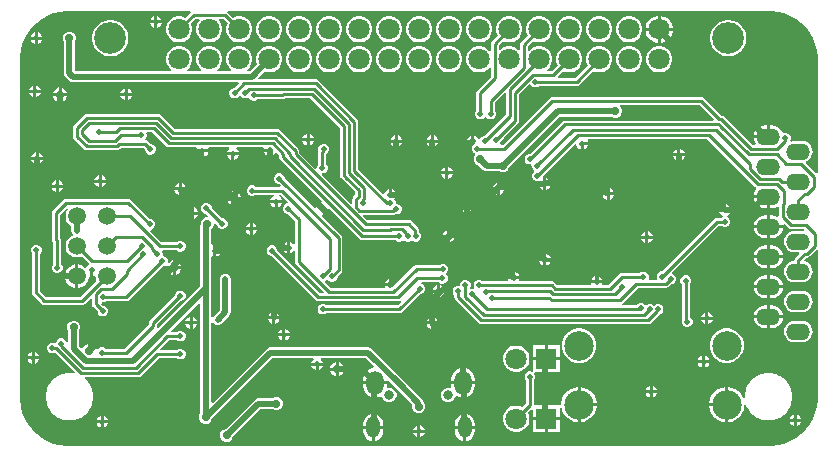
<source format=gbl>
G04*
G04 #@! TF.GenerationSoftware,Altium Limited,Altium Designer,21.0.9 (235)*
G04*
G04 Layer_Physical_Order=2*
G04 Layer_Color=16711680*
%FSLAX25Y25*%
%MOIN*%
G70*
G04*
G04 #@! TF.SameCoordinates,8AC589B9-6688-4F47-92C6-F359AE6F8F2F*
G04*
G04*
G04 #@! TF.FilePolarity,Positive*
G04*
G01*
G75*
%ADD14C,0.00984*%
%ADD74C,0.01968*%
%ADD76R,0.07087X0.07087*%
%ADD77C,0.07087*%
%ADD78O,0.07874X0.05512*%
%ADD79C,0.09843*%
%ADD80C,0.10591*%
%ADD81O,0.05709X0.07874*%
%ADD82O,0.04528X0.07087*%
%ADD83C,0.03150*%
%ADD84C,0.01968*%
%ADD85C,0.02756*%
%ADD86C,0.05906*%
G36*
X253722Y145698D02*
X255809Y145139D01*
X257805Y144313D01*
X259676Y143232D01*
X261390Y141917D01*
X262917Y140390D01*
X264232Y138676D01*
X265313Y136805D01*
X266139Y134809D01*
X266699Y132722D01*
X266981Y130580D01*
Y129500D01*
Y91960D01*
X266480Y91752D01*
X262980Y95253D01*
X263078Y95743D01*
X263468Y95905D01*
X264208Y96473D01*
X264776Y97213D01*
X265133Y98075D01*
X265255Y99000D01*
X265133Y99925D01*
X264776Y100787D01*
X264208Y101527D01*
X263468Y102095D01*
X262606Y102452D01*
X261681Y102574D01*
X259319D01*
X258394Y102452D01*
X258174Y102361D01*
X257792Y102744D01*
X257950Y103127D01*
Y103832D01*
X257681Y104483D01*
X257182Y104981D01*
X256531Y105251D01*
X255826D01*
X255316Y105040D01*
X254962Y105894D01*
X254360Y106679D01*
X253575Y107281D01*
X252662Y107659D01*
X251681Y107788D01*
X251000D01*
Y104000D01*
X250500D01*
Y103500D01*
X245596D01*
X245660Y103019D01*
X246038Y102106D01*
X246297Y101769D01*
X246050Y101269D01*
X245081D01*
X235613Y110737D01*
X235190Y111020D01*
X234734Y111111D01*
X228923Y116922D01*
X228499Y117205D01*
X228000Y117305D01*
X178500D01*
X178001Y117205D01*
X177577Y116922D01*
X161960Y101305D01*
X161262D01*
X161083Y101805D01*
X161334Y102411D01*
Y102690D01*
X162307Y103663D01*
X167019Y108376D01*
X167302Y108799D01*
X167402Y109298D01*
Y118051D01*
X170782Y121432D01*
X171272Y121334D01*
X171352Y121143D01*
X171850Y120645D01*
X172501Y120375D01*
X173206D01*
X173857Y120645D01*
X174144Y120932D01*
X186604D01*
X187103Y121031D01*
X187526Y121314D01*
X192099Y125887D01*
X192428Y125697D01*
X193530Y125402D01*
X194670D01*
X195772Y125697D01*
X196759Y126267D01*
X197565Y127073D01*
X198136Y128061D01*
X198431Y129162D01*
Y130302D01*
X198136Y131404D01*
X197565Y132391D01*
X196759Y133198D01*
X195772Y133768D01*
X194670Y134063D01*
X193530D01*
X192428Y133768D01*
X191441Y133198D01*
X190635Y132391D01*
X190064Y131404D01*
X189769Y130302D01*
Y129162D01*
X190064Y128061D01*
X190254Y127732D01*
X186064Y123541D01*
X180461D01*
X180254Y124041D01*
X182099Y125887D01*
X182428Y125697D01*
X183530Y125402D01*
X184670D01*
X185772Y125697D01*
X186759Y126267D01*
X187565Y127073D01*
X188136Y128061D01*
X188431Y129162D01*
Y130302D01*
X188136Y131404D01*
X187565Y132391D01*
X186759Y133198D01*
X185772Y133768D01*
X184670Y134063D01*
X183530D01*
X182428Y133768D01*
X181441Y133198D01*
X180635Y132391D01*
X180064Y131404D01*
X179769Y130302D01*
Y129162D01*
X180064Y128061D01*
X180254Y127732D01*
X178327Y125805D01*
X176883D01*
X176829Y126008D01*
X176797Y126305D01*
X177565Y127073D01*
X178136Y128061D01*
X178431Y129162D01*
Y130302D01*
X178136Y131404D01*
X177565Y132391D01*
X176759Y133198D01*
X175772Y133768D01*
X174670Y134063D01*
X173530D01*
X172428Y133768D01*
X171441Y133198D01*
X170805Y132561D01*
X170305Y132768D01*
Y134092D01*
X172099Y135887D01*
X172428Y135697D01*
X173530Y135402D01*
X174670D01*
X175772Y135697D01*
X176759Y136267D01*
X177565Y137073D01*
X178136Y138061D01*
X178431Y139162D01*
Y140302D01*
X178136Y141404D01*
X177565Y142391D01*
X176759Y143198D01*
X175772Y143768D01*
X174670Y144063D01*
X173530D01*
X172428Y143768D01*
X171441Y143198D01*
X170635Y142391D01*
X170064Y141404D01*
X169769Y140302D01*
Y139162D01*
X170064Y138061D01*
X170254Y137732D01*
X168078Y135555D01*
X167795Y135132D01*
X167695Y134632D01*
Y132968D01*
X167195Y132761D01*
X166759Y133198D01*
X165772Y133768D01*
X164670Y134063D01*
X163530D01*
X162428Y133768D01*
X161441Y133198D01*
X161082Y132839D01*
X160582Y133046D01*
Y134369D01*
X162099Y135887D01*
X162428Y135697D01*
X163530Y135402D01*
X164670D01*
X165772Y135697D01*
X166759Y136267D01*
X167565Y137073D01*
X168136Y138061D01*
X168431Y139162D01*
Y140302D01*
X168136Y141404D01*
X167565Y142391D01*
X166759Y143198D01*
X165772Y143768D01*
X164670Y144063D01*
X163530D01*
X162428Y143768D01*
X161441Y143198D01*
X160635Y142391D01*
X160064Y141404D01*
X159769Y140302D01*
Y139162D01*
X160064Y138061D01*
X160254Y137732D01*
X158355Y135832D01*
X158072Y135409D01*
X157973Y134909D01*
Y132615D01*
X157473Y132484D01*
X156759Y133198D01*
X155772Y133768D01*
X154670Y134063D01*
X153530D01*
X152428Y133768D01*
X151441Y133198D01*
X150635Y132391D01*
X150064Y131404D01*
X149769Y130302D01*
Y129162D01*
X150064Y128061D01*
X150635Y127073D01*
X151441Y126267D01*
X152428Y125697D01*
X153530Y125402D01*
X154670D01*
X155772Y125697D01*
X156759Y126267D01*
X157473Y126980D01*
X157973Y126849D01*
Y123918D01*
X153577Y119523D01*
X153295Y119100D01*
X153195Y118601D01*
Y112701D01*
X152998Y112504D01*
X152728Y111852D01*
Y111148D01*
X152998Y110496D01*
X153496Y109998D01*
X154148Y109728D01*
X154852D01*
X155504Y109998D01*
X155970Y110465D01*
X156250Y110482D01*
X156530Y110465D01*
X156996Y109998D01*
X157648Y109728D01*
X158352D01*
X159004Y109998D01*
X159502Y110496D01*
X159772Y111148D01*
Y111852D01*
X159502Y112504D01*
X159305Y112701D01*
Y115460D01*
X162559Y118714D01*
X163021Y118522D01*
Y111366D01*
X155927Y104272D01*
X155648D01*
X154996Y104002D01*
X154498Y103504D01*
X154386Y103232D01*
X153844Y103232D01*
X153682Y103624D01*
X153124Y104182D01*
X152500Y104441D01*
Y102500D01*
X152000D01*
Y102000D01*
X150059D01*
X150318Y101376D01*
X150876Y100818D01*
X151605Y100516D01*
X151619D01*
X151728Y100352D01*
Y99648D01*
X151998Y98996D01*
X152496Y98498D01*
X152661Y98430D01*
X152778Y97840D01*
X152664Y97727D01*
X152335Y96931D01*
Y96069D01*
X152664Y95273D01*
X153273Y94664D01*
X154069Y94335D01*
X154111D01*
X155487Y92959D01*
X156072Y92567D01*
X156764Y92430D01*
X160744D01*
X160773Y92400D01*
X161569Y92071D01*
X162431D01*
X163227Y92400D01*
X163836Y93010D01*
X164165Y93805D01*
Y93847D01*
X181012Y110694D01*
X198244D01*
X198273Y110664D01*
X199069Y110335D01*
X199931D01*
X200727Y110664D01*
X201336Y111273D01*
X201665Y112069D01*
Y112931D01*
X201336Y113727D01*
X200867Y114195D01*
X201065Y114695D01*
X227460D01*
X232345Y109810D01*
X232154Y109348D01*
X182543D01*
X182044Y109249D01*
X181621Y108966D01*
X170927Y98272D01*
X170648D01*
X169996Y98002D01*
X169498Y97504D01*
X169228Y96852D01*
Y96148D01*
X169498Y95496D01*
X169996Y94998D01*
X170648Y94728D01*
X171266D01*
X171388Y94691D01*
X171728Y94343D01*
Y93884D01*
X171998Y93233D01*
X172290Y92941D01*
X172441Y92614D01*
X172290Y92287D01*
X171998Y91996D01*
X171728Y91344D01*
Y90640D01*
X171998Y89989D01*
X172496Y89490D01*
X173148Y89220D01*
X173719D01*
X174000Y88921D01*
X174074Y88771D01*
X174059Y88736D01*
X175500D01*
Y90344D01*
X175264Y90620D01*
X175272Y90640D01*
Y90919D01*
X186016Y101663D01*
X186516Y101456D01*
Y101269D01*
X186818Y100539D01*
X187376Y99981D01*
X188000Y99723D01*
Y101663D01*
X188500D01*
Y102163D01*
X190441D01*
X190220Y102695D01*
X190427Y103195D01*
X230066D01*
X245991Y87270D01*
X246321Y87050D01*
X246343Y87025D01*
X246481Y86570D01*
X246477Y86466D01*
X246038Y85894D01*
X245660Y84980D01*
X245596Y84500D01*
X250500D01*
Y84000D01*
X251000D01*
Y80212D01*
X251681D01*
X252662Y80341D01*
X253479Y80679D01*
X253979Y80470D01*
Y77601D01*
X253786Y77448D01*
X253483Y77319D01*
X252662Y77659D01*
X251681Y77788D01*
X251000D01*
Y74500D01*
X255404D01*
X255380Y74680D01*
X255854Y74914D01*
X257275Y73492D01*
X257698Y73209D01*
X258198Y73110D01*
X262297D01*
X262368Y72988D01*
X262058Y72524D01*
X261681Y72574D01*
X259319D01*
X258394Y72452D01*
X257532Y72095D01*
X256792Y71527D01*
X256224Y70787D01*
X255867Y69925D01*
X255745Y69000D01*
X255867Y68075D01*
X256224Y67213D01*
X256792Y66473D01*
X257532Y65905D01*
X258394Y65548D01*
X259319Y65426D01*
X260589D01*
X260781Y64964D01*
X259577Y63761D01*
X259295Y63338D01*
X259195Y62839D01*
Y62558D01*
X258394Y62452D01*
X257532Y62095D01*
X256792Y61527D01*
X256224Y60787D01*
X255867Y59925D01*
X255745Y59000D01*
X255867Y58075D01*
X256224Y57213D01*
X256792Y56473D01*
X257532Y55905D01*
X258394Y55548D01*
X259319Y55426D01*
X261681D01*
X262606Y55548D01*
X263468Y55905D01*
X264208Y56473D01*
X264776Y57213D01*
X265133Y58075D01*
X265255Y59000D01*
X265133Y59925D01*
X264776Y60787D01*
X264208Y61527D01*
X263468Y62095D01*
X262648Y62435D01*
X262482Y62785D01*
X262434Y62927D01*
X263166Y63660D01*
X263353D01*
X263852Y63759D01*
X264275Y64042D01*
X266480Y66247D01*
X266981Y66040D01*
Y17310D01*
Y16230D01*
X266699Y14088D01*
X266139Y12001D01*
X265313Y10005D01*
X264232Y8134D01*
X262917Y6421D01*
X261390Y4893D01*
X259676Y3578D01*
X257805Y2498D01*
X255809Y1671D01*
X253722Y1112D01*
X251581Y830D01*
X250501Y831D01*
X250500Y831D01*
X250500Y831D01*
X16420D01*
X14278Y1113D01*
X12191Y1672D01*
X10195Y2499D01*
X8324Y3579D01*
X6610Y4894D01*
X5083Y6421D01*
X3768Y8135D01*
X2687Y10006D01*
X1861Y12002D01*
X1302Y14089D01*
X1020Y16231D01*
Y17311D01*
Y129500D01*
Y130580D01*
X1302Y132722D01*
X1861Y134809D01*
X2687Y136805D01*
X3768Y138676D01*
X5083Y140390D01*
X6610Y141917D01*
X8324Y143232D01*
X10195Y144313D01*
X12191Y145139D01*
X14278Y145698D01*
X16420Y145981D01*
X17500Y145980D01*
X57853D01*
X58005Y145480D01*
X58000Y145478D01*
X56101Y143578D01*
X55772Y143768D01*
X54670Y144063D01*
X53530D01*
X52428Y143768D01*
X51441Y143198D01*
X50635Y142391D01*
X50064Y141404D01*
X49769Y140302D01*
Y139162D01*
X50064Y138061D01*
X50635Y137073D01*
X51441Y136267D01*
X52428Y135697D01*
X53530Y135402D01*
X54670D01*
X55772Y135697D01*
X56759Y136267D01*
X57565Y137073D01*
X58136Y138061D01*
X58431Y139162D01*
Y140302D01*
X58136Y141404D01*
X57946Y141733D01*
X59463Y143251D01*
X60787D01*
X60994Y142751D01*
X60635Y142391D01*
X60064Y141404D01*
X59769Y140302D01*
Y139162D01*
X60064Y138061D01*
X60635Y137073D01*
X61441Y136267D01*
X62428Y135697D01*
X63530Y135402D01*
X64670D01*
X65772Y135697D01*
X66759Y136267D01*
X67565Y137073D01*
X68136Y138061D01*
X68431Y139162D01*
Y140302D01*
X68136Y141404D01*
X67565Y142391D01*
X67206Y142751D01*
X67413Y143251D01*
X68737D01*
X70254Y141733D01*
X70064Y141404D01*
X69769Y140302D01*
Y139162D01*
X70064Y138061D01*
X70635Y137073D01*
X71441Y136267D01*
X72428Y135697D01*
X73530Y135402D01*
X74670D01*
X75772Y135697D01*
X76759Y136267D01*
X77565Y137073D01*
X78136Y138061D01*
X78431Y139162D01*
Y140302D01*
X78136Y141404D01*
X77565Y142391D01*
X76759Y143198D01*
X75772Y143768D01*
X74670Y144063D01*
X73530D01*
X72428Y143768D01*
X72099Y143578D01*
X70200Y145478D01*
X70195Y145480D01*
X70347Y145980D01*
X250500Y145981D01*
X251580D01*
X253722Y145698D01*
D02*
G37*
%LPC*%
G36*
X46806Y144150D02*
Y142709D01*
X48247D01*
X47989Y143333D01*
X47430Y143891D01*
X46806Y144150D01*
D02*
G37*
G36*
X45806D02*
X45182Y143891D01*
X44624Y143333D01*
X44366Y142709D01*
X45806D01*
Y144150D01*
D02*
G37*
G36*
X48247Y141709D02*
X46806D01*
Y140269D01*
X47430Y140527D01*
X47989Y141085D01*
X48247Y141709D01*
D02*
G37*
G36*
X45806D02*
X44366D01*
X44624Y141085D01*
X45182Y140527D01*
X45806Y140269D01*
Y141709D01*
D02*
G37*
G36*
X214698Y144276D02*
X214600D01*
Y140232D01*
X218643D01*
Y140330D01*
X218334Y141486D01*
X217736Y142522D01*
X216890Y143368D01*
X215854Y143966D01*
X214698Y144276D01*
D02*
G37*
G36*
X213600D02*
X213502D01*
X212346Y143966D01*
X211310Y143368D01*
X210465Y142522D01*
X209866Y141486D01*
X209557Y140330D01*
Y140232D01*
X213600D01*
Y144276D01*
D02*
G37*
G36*
X7000Y138760D02*
Y137319D01*
X8441D01*
X8182Y137943D01*
X7624Y138501D01*
X7000Y138760D01*
D02*
G37*
G36*
X6000D02*
X5376Y138501D01*
X4818Y137943D01*
X4559Y137319D01*
X6000D01*
Y138760D01*
D02*
G37*
G36*
X204670Y144063D02*
X203530D01*
X202428Y143768D01*
X201441Y143198D01*
X200635Y142391D01*
X200064Y141404D01*
X199769Y140302D01*
Y139162D01*
X200064Y138061D01*
X200635Y137073D01*
X201441Y136267D01*
X202428Y135697D01*
X203530Y135402D01*
X204670D01*
X205772Y135697D01*
X206759Y136267D01*
X207565Y137073D01*
X208136Y138061D01*
X208431Y139162D01*
Y140302D01*
X208136Y141404D01*
X207565Y142391D01*
X206759Y143198D01*
X205772Y143768D01*
X204670Y144063D01*
D02*
G37*
G36*
X194670D02*
X193530D01*
X192428Y143768D01*
X191441Y143198D01*
X190635Y142391D01*
X190064Y141404D01*
X189769Y140302D01*
Y139162D01*
X190064Y138061D01*
X190635Y137073D01*
X191441Y136267D01*
X192428Y135697D01*
X193530Y135402D01*
X194670D01*
X195772Y135697D01*
X196759Y136267D01*
X197565Y137073D01*
X198136Y138061D01*
X198431Y139162D01*
Y140302D01*
X198136Y141404D01*
X197565Y142391D01*
X196759Y143198D01*
X195772Y143768D01*
X194670Y144063D01*
D02*
G37*
G36*
X184670D02*
X183530D01*
X182428Y143768D01*
X181441Y143198D01*
X180635Y142391D01*
X180064Y141404D01*
X179769Y140302D01*
Y139162D01*
X180064Y138061D01*
X180635Y137073D01*
X181441Y136267D01*
X182428Y135697D01*
X183530Y135402D01*
X184670D01*
X185772Y135697D01*
X186759Y136267D01*
X187565Y137073D01*
X188136Y138061D01*
X188431Y139162D01*
Y140302D01*
X188136Y141404D01*
X187565Y142391D01*
X186759Y143198D01*
X185772Y143768D01*
X184670Y144063D01*
D02*
G37*
G36*
X154670D02*
X153530D01*
X152428Y143768D01*
X151441Y143198D01*
X150635Y142391D01*
X150064Y141404D01*
X149769Y140302D01*
Y139162D01*
X150064Y138061D01*
X150635Y137073D01*
X151441Y136267D01*
X152428Y135697D01*
X153530Y135402D01*
X154670D01*
X155772Y135697D01*
X156759Y136267D01*
X157565Y137073D01*
X158136Y138061D01*
X158431Y139162D01*
Y140302D01*
X158136Y141404D01*
X157565Y142391D01*
X156759Y143198D01*
X155772Y143768D01*
X154670Y144063D01*
D02*
G37*
G36*
X144670D02*
X143530D01*
X142428Y143768D01*
X141441Y143198D01*
X140635Y142391D01*
X140064Y141404D01*
X139769Y140302D01*
Y139162D01*
X140064Y138061D01*
X140635Y137073D01*
X141441Y136267D01*
X142428Y135697D01*
X143530Y135402D01*
X144670D01*
X145772Y135697D01*
X146759Y136267D01*
X147565Y137073D01*
X148136Y138061D01*
X148431Y139162D01*
Y140302D01*
X148136Y141404D01*
X147565Y142391D01*
X146759Y143198D01*
X145772Y143768D01*
X144670Y144063D01*
D02*
G37*
G36*
X134670D02*
X133530D01*
X132428Y143768D01*
X131441Y143198D01*
X130635Y142391D01*
X130064Y141404D01*
X129769Y140302D01*
Y139162D01*
X130064Y138061D01*
X130635Y137073D01*
X131441Y136267D01*
X132428Y135697D01*
X133530Y135402D01*
X134670D01*
X135772Y135697D01*
X136759Y136267D01*
X137565Y137073D01*
X138136Y138061D01*
X138431Y139162D01*
Y140302D01*
X138136Y141404D01*
X137565Y142391D01*
X136759Y143198D01*
X135772Y143768D01*
X134670Y144063D01*
D02*
G37*
G36*
X124670D02*
X123530D01*
X122428Y143768D01*
X121441Y143198D01*
X120635Y142391D01*
X120064Y141404D01*
X119769Y140302D01*
Y139162D01*
X120064Y138061D01*
X120635Y137073D01*
X121441Y136267D01*
X122428Y135697D01*
X123530Y135402D01*
X124670D01*
X125772Y135697D01*
X126759Y136267D01*
X127565Y137073D01*
X128136Y138061D01*
X128431Y139162D01*
Y140302D01*
X128136Y141404D01*
X127565Y142391D01*
X126759Y143198D01*
X125772Y143768D01*
X124670Y144063D01*
D02*
G37*
G36*
X114670D02*
X113530D01*
X112428Y143768D01*
X111441Y143198D01*
X110635Y142391D01*
X110064Y141404D01*
X109769Y140302D01*
Y139162D01*
X110064Y138061D01*
X110635Y137073D01*
X111441Y136267D01*
X112428Y135697D01*
X113530Y135402D01*
X114670D01*
X115772Y135697D01*
X116759Y136267D01*
X117565Y137073D01*
X118136Y138061D01*
X118431Y139162D01*
Y140302D01*
X118136Y141404D01*
X117565Y142391D01*
X116759Y143198D01*
X115772Y143768D01*
X114670Y144063D01*
D02*
G37*
G36*
X104670D02*
X103530D01*
X102428Y143768D01*
X101441Y143198D01*
X100635Y142391D01*
X100064Y141404D01*
X99769Y140302D01*
Y139162D01*
X100064Y138061D01*
X100635Y137073D01*
X101441Y136267D01*
X102428Y135697D01*
X103530Y135402D01*
X104670D01*
X105772Y135697D01*
X106759Y136267D01*
X107565Y137073D01*
X108136Y138061D01*
X108431Y139162D01*
Y140302D01*
X108136Y141404D01*
X107565Y142391D01*
X106759Y143198D01*
X105772Y143768D01*
X104670Y144063D01*
D02*
G37*
G36*
X94670D02*
X93530D01*
X92428Y143768D01*
X91441Y143198D01*
X90635Y142391D01*
X90064Y141404D01*
X89769Y140302D01*
Y139162D01*
X90064Y138061D01*
X90635Y137073D01*
X91441Y136267D01*
X92428Y135697D01*
X93530Y135402D01*
X94670D01*
X95772Y135697D01*
X96759Y136267D01*
X97565Y137073D01*
X98136Y138061D01*
X98431Y139162D01*
Y140302D01*
X98136Y141404D01*
X97565Y142391D01*
X96759Y143198D01*
X95772Y143768D01*
X94670Y144063D01*
D02*
G37*
G36*
X84670D02*
X83530D01*
X82428Y143768D01*
X81441Y143198D01*
X80635Y142391D01*
X80064Y141404D01*
X79769Y140302D01*
Y139162D01*
X80064Y138061D01*
X80635Y137073D01*
X81441Y136267D01*
X82428Y135697D01*
X83530Y135402D01*
X84670D01*
X85772Y135697D01*
X86759Y136267D01*
X87565Y137073D01*
X88136Y138061D01*
X88431Y139162D01*
Y140302D01*
X88136Y141404D01*
X87565Y142391D01*
X86759Y143198D01*
X85772Y143768D01*
X84670Y144063D01*
D02*
G37*
G36*
X218643Y139232D02*
X214600D01*
Y135189D01*
X214698D01*
X215854Y135499D01*
X216890Y136097D01*
X217736Y136943D01*
X218334Y137979D01*
X218643Y139134D01*
Y139232D01*
D02*
G37*
G36*
X213600D02*
X209557D01*
Y139134D01*
X209866Y137979D01*
X210465Y136943D01*
X211310Y136097D01*
X212346Y135499D01*
X213502Y135189D01*
X213600D01*
Y139232D01*
D02*
G37*
G36*
X8441Y136319D02*
X7000D01*
Y134878D01*
X7624Y135137D01*
X8182Y135695D01*
X8441Y136319D01*
D02*
G37*
G36*
X6000D02*
X4559D01*
X4818Y135695D01*
X5376Y135137D01*
X6000Y134878D01*
Y136319D01*
D02*
G37*
G36*
X237691Y142902D02*
X236493D01*
X235318Y142668D01*
X234211Y142209D01*
X233215Y141544D01*
X232367Y140696D01*
X231702Y139700D01*
X231243Y138593D01*
X231010Y137418D01*
Y136220D01*
X231243Y135045D01*
X231702Y133938D01*
X232367Y132941D01*
X233215Y132094D01*
X234211Y131429D01*
X235318Y130970D01*
X236493Y130736D01*
X237691D01*
X238866Y130970D01*
X239973Y131429D01*
X240970Y132094D01*
X241817Y132941D01*
X242482Y133938D01*
X242941Y135045D01*
X243175Y136220D01*
Y137418D01*
X242941Y138593D01*
X242482Y139700D01*
X241817Y140696D01*
X240970Y141544D01*
X239973Y142209D01*
X238866Y142668D01*
X237691Y142902D01*
D02*
G37*
G36*
X31707D02*
X30509D01*
X29334Y142668D01*
X28227Y142209D01*
X27230Y141544D01*
X26383Y140696D01*
X25717Y139700D01*
X25259Y138593D01*
X25025Y137418D01*
Y136220D01*
X25259Y135045D01*
X25717Y133938D01*
X26383Y132941D01*
X27230Y132094D01*
X28227Y131429D01*
X29334Y130970D01*
X30509Y130736D01*
X31707D01*
X32882Y130970D01*
X33989Y131429D01*
X34985Y132094D01*
X35833Y132941D01*
X36498Y133938D01*
X36957Y135045D01*
X37190Y136220D01*
Y137418D01*
X36957Y138593D01*
X36498Y139700D01*
X35833Y140696D01*
X34985Y141544D01*
X33989Y142209D01*
X32882Y142668D01*
X31707Y142902D01*
D02*
G37*
G36*
X214670Y134063D02*
X213530D01*
X212428Y133768D01*
X211441Y133198D01*
X210635Y132391D01*
X210064Y131404D01*
X209769Y130302D01*
Y129162D01*
X210064Y128061D01*
X210635Y127073D01*
X211441Y126267D01*
X212428Y125697D01*
X213530Y125402D01*
X214670D01*
X215772Y125697D01*
X216759Y126267D01*
X217565Y127073D01*
X218136Y128061D01*
X218431Y129162D01*
Y130302D01*
X218136Y131404D01*
X217565Y132391D01*
X216759Y133198D01*
X215772Y133768D01*
X214670Y134063D01*
D02*
G37*
G36*
X204670D02*
X203530D01*
X202428Y133768D01*
X201441Y133198D01*
X200635Y132391D01*
X200064Y131404D01*
X199769Y130302D01*
Y129162D01*
X200064Y128061D01*
X200635Y127073D01*
X201441Y126267D01*
X202428Y125697D01*
X203530Y125402D01*
X204670D01*
X205772Y125697D01*
X206759Y126267D01*
X207565Y127073D01*
X208136Y128061D01*
X208431Y129162D01*
Y130302D01*
X208136Y131404D01*
X207565Y132391D01*
X206759Y133198D01*
X205772Y133768D01*
X204670Y134063D01*
D02*
G37*
G36*
X144670D02*
X143530D01*
X142428Y133768D01*
X141441Y133198D01*
X140635Y132391D01*
X140064Y131404D01*
X139769Y130302D01*
Y129162D01*
X140064Y128061D01*
X140635Y127073D01*
X141441Y126267D01*
X142428Y125697D01*
X143530Y125402D01*
X144670D01*
X145772Y125697D01*
X146759Y126267D01*
X147565Y127073D01*
X148136Y128061D01*
X148431Y129162D01*
Y130302D01*
X148136Y131404D01*
X147565Y132391D01*
X146759Y133198D01*
X145772Y133768D01*
X144670Y134063D01*
D02*
G37*
G36*
X134670D02*
X133530D01*
X132428Y133768D01*
X131441Y133198D01*
X130635Y132391D01*
X130064Y131404D01*
X129769Y130302D01*
Y129162D01*
X130064Y128061D01*
X130635Y127073D01*
X131441Y126267D01*
X132428Y125697D01*
X133530Y125402D01*
X134670D01*
X135772Y125697D01*
X136759Y126267D01*
X137565Y127073D01*
X138136Y128061D01*
X138431Y129162D01*
Y130302D01*
X138136Y131404D01*
X137565Y132391D01*
X136759Y133198D01*
X135772Y133768D01*
X134670Y134063D01*
D02*
G37*
G36*
X124670D02*
X123530D01*
X122428Y133768D01*
X121441Y133198D01*
X120635Y132391D01*
X120064Y131404D01*
X119769Y130302D01*
Y129162D01*
X120064Y128061D01*
X120635Y127073D01*
X121441Y126267D01*
X122428Y125697D01*
X123530Y125402D01*
X124670D01*
X125772Y125697D01*
X126759Y126267D01*
X127565Y127073D01*
X128136Y128061D01*
X128431Y129162D01*
Y130302D01*
X128136Y131404D01*
X127565Y132391D01*
X126759Y133198D01*
X125772Y133768D01*
X124670Y134063D01*
D02*
G37*
G36*
X114670D02*
X113530D01*
X112428Y133768D01*
X111441Y133198D01*
X110635Y132391D01*
X110064Y131404D01*
X109769Y130302D01*
Y129162D01*
X110064Y128061D01*
X110635Y127073D01*
X111441Y126267D01*
X112428Y125697D01*
X113530Y125402D01*
X114670D01*
X115772Y125697D01*
X116759Y126267D01*
X117565Y127073D01*
X118136Y128061D01*
X118431Y129162D01*
Y130302D01*
X118136Y131404D01*
X117565Y132391D01*
X116759Y133198D01*
X115772Y133768D01*
X114670Y134063D01*
D02*
G37*
G36*
X104670D02*
X103530D01*
X102428Y133768D01*
X101441Y133198D01*
X100635Y132391D01*
X100064Y131404D01*
X99769Y130302D01*
Y129162D01*
X100064Y128061D01*
X100635Y127073D01*
X101441Y126267D01*
X102428Y125697D01*
X103530Y125402D01*
X104670D01*
X105772Y125697D01*
X106759Y126267D01*
X107565Y127073D01*
X108136Y128061D01*
X108431Y129162D01*
Y130302D01*
X108136Y131404D01*
X107565Y132391D01*
X106759Y133198D01*
X105772Y133768D01*
X104670Y134063D01*
D02*
G37*
G36*
X94670D02*
X93530D01*
X92428Y133768D01*
X91441Y133198D01*
X90635Y132391D01*
X90064Y131404D01*
X89769Y130302D01*
Y129162D01*
X90064Y128061D01*
X90635Y127073D01*
X91441Y126267D01*
X92428Y125697D01*
X93530Y125402D01*
X94670D01*
X95772Y125697D01*
X96759Y126267D01*
X97565Y127073D01*
X98136Y128061D01*
X98431Y129162D01*
Y130302D01*
X98136Y131404D01*
X97565Y132391D01*
X96759Y133198D01*
X95772Y133768D01*
X94670Y134063D01*
D02*
G37*
G36*
X17931Y138984D02*
X17069D01*
X16273Y138655D01*
X15664Y138046D01*
X15335Y137250D01*
Y136388D01*
X15664Y135592D01*
X15694Y135563D01*
Y125153D01*
X15831Y124462D01*
X16223Y123876D01*
X17376Y122723D01*
X17962Y122331D01*
X18653Y122194D01*
X73795D01*
X73987Y121732D01*
X72527Y120272D01*
X72248D01*
X71596Y120002D01*
X71098Y119504D01*
X70828Y118852D01*
Y118148D01*
X71098Y117496D01*
X71596Y116998D01*
X72248Y116728D01*
X72952D01*
X73604Y116998D01*
X73999Y117394D01*
X74300Y117456D01*
X74601Y117394D01*
X74996Y116998D01*
X75648Y116728D01*
X76352D01*
X76945Y116974D01*
X77456Y116798D01*
X77498Y116697D01*
X77996Y116199D01*
X78648Y115929D01*
X79352D01*
X80004Y116199D01*
X80201Y116396D01*
X88535D01*
X89034Y116496D01*
X89458Y116778D01*
X89568Y116888D01*
X97756D01*
X107652Y106992D01*
Y91169D01*
X107751Y90670D01*
X108034Y90247D01*
X108890Y89390D01*
X112641Y85640D01*
Y84540D01*
X112184Y84083D01*
X111901Y83660D01*
X111802Y83161D01*
Y81702D01*
X111339Y81511D01*
X101636Y91215D01*
X101843Y91715D01*
X102119D01*
X102770Y91985D01*
X103269Y92483D01*
X103539Y93134D01*
Y93839D01*
X103269Y94490D01*
X103071Y94687D01*
Y98154D01*
X103267Y98235D01*
X103765Y98733D01*
X104035Y99384D01*
Y100089D01*
X103765Y100741D01*
X103267Y101239D01*
X102615Y101509D01*
X101911D01*
X101259Y101239D01*
X100761Y100741D01*
X100491Y100089D01*
Y99384D01*
X100527Y99299D01*
X100462Y98975D01*
Y94687D01*
X100265Y94490D01*
X99995Y93839D01*
Y93562D01*
X99495Y93355D01*
X94197Y98653D01*
Y99097D01*
X94098Y99596D01*
X93815Y100019D01*
X87640Y106194D01*
X87217Y106477D01*
X86718Y106576D01*
X52551D01*
X47934Y111194D01*
X47510Y111477D01*
X47011Y111576D01*
X23272D01*
X22772Y111477D01*
X22349Y111194D01*
X19078Y107922D01*
X18795Y107499D01*
X18695Y107000D01*
Y104000D01*
X18795Y103501D01*
X19078Y103077D01*
X22349Y99806D01*
X22772Y99523D01*
X23272Y99424D01*
X33351D01*
X33850Y99523D01*
X34273Y99806D01*
X34663Y100195D01*
X42215D01*
X42728Y99683D01*
Y99404D01*
X42998Y98752D01*
X43496Y98254D01*
X44148Y97984D01*
X44852D01*
X45504Y98254D01*
X46002Y98752D01*
X46272Y99404D01*
Y100108D01*
X46002Y100759D01*
X45504Y101258D01*
X44852Y101528D01*
X44573D01*
X43678Y102422D01*
X43255Y102705D01*
X43003Y102755D01*
X42832Y103291D01*
X43002Y103461D01*
X43272Y104112D01*
Y104817D01*
X43192Y105008D01*
X43470Y105424D01*
X45003D01*
X49621Y100806D01*
X50044Y100523D01*
X50543Y100424D01*
X59703D01*
X59981Y100008D01*
X59919Y99860D01*
X63801D01*
X63739Y100008D01*
X64017Y100424D01*
X70740D01*
X70857Y100005D01*
X70861Y99924D01*
X70318Y99381D01*
X70059Y98757D01*
X73941D01*
X73682Y99381D01*
X73139Y99924D01*
X73143Y100005D01*
X73260Y100424D01*
X82112D01*
X82390Y100008D01*
X82372Y99965D01*
X84313D01*
Y99465D01*
X84813D01*
Y97524D01*
X85437Y97782D01*
X85995Y98341D01*
X86056Y98489D01*
X86547Y98587D01*
X87424Y97710D01*
Y97266D01*
X87523Y96767D01*
X87806Y96344D01*
X101653Y82497D01*
X101462Y82035D01*
X101372D01*
X100643Y81733D01*
X100085Y81174D01*
X99783Y80445D01*
Y80269D01*
X99283Y80062D01*
X89272Y90073D01*
Y90352D01*
X89002Y91004D01*
X88504Y91502D01*
X87852Y91772D01*
X87148D01*
X86496Y91502D01*
X85998Y91004D01*
X85728Y90352D01*
Y89648D01*
X85998Y88996D01*
X86496Y88498D01*
X87148Y88228D01*
X87427D01*
X87888Y87766D01*
X87697Y87305D01*
X79701D01*
X79504Y87502D01*
X78852Y87772D01*
X78148D01*
X77496Y87502D01*
X76998Y87004D01*
X76728Y86352D01*
Y85648D01*
X76998Y84996D01*
X77496Y84498D01*
X78148Y84228D01*
X78852D01*
X79504Y84498D01*
X79701Y84695D01*
X85591D01*
X85691Y84195D01*
X85313Y84039D01*
X84755Y83481D01*
X84496Y82857D01*
X88378D01*
X88119Y83481D01*
X87561Y84039D01*
X87183Y84195D01*
X87283Y84695D01*
X87960D01*
X90383Y82272D01*
X90176Y81772D01*
X90148D01*
X89496Y81502D01*
X88998Y81004D01*
X88728Y80352D01*
Y79648D01*
X88998Y78996D01*
X89496Y78498D01*
X90148Y78228D01*
X90427D01*
X92695Y75960D01*
Y68363D01*
X92568Y68293D01*
X92195Y68210D01*
X91716Y68690D01*
X91092Y68948D01*
Y67007D01*
Y65067D01*
X91716Y65325D01*
X92195Y65805D01*
X92568Y65721D01*
X92695Y65651D01*
Y62345D01*
X92795Y61846D01*
X93077Y61422D01*
X102234Y52267D01*
X102042Y51805D01*
X101040D01*
X86772Y66073D01*
Y66352D01*
X86502Y67004D01*
X86004Y67502D01*
X85352Y67772D01*
X84648D01*
X83996Y67502D01*
X83498Y67004D01*
X83228Y66352D01*
Y65648D01*
X83498Y64996D01*
X83996Y64498D01*
X84648Y64228D01*
X84927D01*
X99577Y49578D01*
X100001Y49295D01*
X100500Y49195D01*
X127201D01*
X127701Y49295D01*
X127856Y49398D01*
X128174Y49010D01*
X126969Y47805D01*
X103201D01*
X103004Y48002D01*
X102352Y48272D01*
X101648D01*
X100996Y48002D01*
X100498Y47504D01*
X100228Y46852D01*
Y46148D01*
X100498Y45496D01*
X100996Y44998D01*
X101648Y44728D01*
X102352D01*
X103004Y44998D01*
X103201Y45195D01*
X127509D01*
X128009Y45295D01*
X128432Y45577D01*
X134290Y51435D01*
X134569D01*
X135220Y51705D01*
X135719Y52204D01*
X135988Y52855D01*
Y53559D01*
X135719Y54211D01*
X135220Y54709D01*
X134773Y54894D01*
X134873Y55394D01*
X140600D01*
X140798Y55197D01*
X141449Y54927D01*
X142154D01*
X142805Y55197D01*
X143303Y55695D01*
X143573Y56346D01*
Y57051D01*
X143303Y57702D01*
X143177Y57828D01*
X143005Y58298D01*
X143183Y58476D01*
X143503Y58796D01*
X143773Y59447D01*
Y60152D01*
X143503Y60804D01*
X143005Y61302D01*
X142354Y61572D01*
X141649D01*
X140998Y61302D01*
X140800Y61105D01*
X139699D01*
X139548Y61205D01*
X139049Y61305D01*
X133202D01*
X132702Y61205D01*
X132279Y60922D01*
X126745Y55388D01*
X126254Y55486D01*
X126182Y55659D01*
X125624Y56218D01*
X125000Y56476D01*
Y54535D01*
X124500D01*
Y54035D01*
X122559D01*
X122577Y53992D01*
X122300Y53576D01*
X104614D01*
X102738Y55452D01*
X102836Y55942D01*
X103027Y56021D01*
X103185Y56179D01*
X103610Y56407D01*
X103838Y56179D01*
X104109Y55909D01*
X104760Y55639D01*
X105465D01*
X106116Y55909D01*
X106614Y56407D01*
X106884Y57059D01*
Y57338D01*
X108134Y58588D01*
X108417Y59011D01*
X108516Y59510D01*
Y70288D01*
X108417Y70788D01*
X108134Y71211D01*
X101779Y77566D01*
X101986Y78066D01*
X102162D01*
X102891Y78368D01*
X103449Y78926D01*
X103751Y79656D01*
Y79745D01*
X104213Y79936D01*
X114278Y69872D01*
X114701Y69589D01*
X115200Y69490D01*
X126260D01*
X126477Y69273D01*
X127128Y69003D01*
X127833D01*
X128484Y69273D01*
X128849Y69638D01*
X129233Y69254D01*
X129884Y68984D01*
X130589D01*
X131240Y69254D01*
X131614Y69628D01*
X131989Y69254D01*
X132640Y68984D01*
X133344D01*
X133996Y69254D01*
X134494Y69752D01*
X134764Y70403D01*
Y71108D01*
X134494Y71759D01*
X134108Y72145D01*
Y72696D01*
X134009Y73195D01*
X133726Y73619D01*
X131593Y75752D01*
X131169Y76035D01*
X130670Y76135D01*
X123824D01*
X123531Y76076D01*
X116774D01*
X115302Y77548D01*
X115493Y78010D01*
X125702D01*
X126017Y78073D01*
X126108Y78035D01*
X126813D01*
X127464Y78305D01*
X127962Y78803D01*
X128232Y79455D01*
Y80159D01*
X127962Y80811D01*
X127464Y81309D01*
X126813Y81579D01*
X126272D01*
Y82096D01*
X126002Y82748D01*
X125778Y82972D01*
X126182Y83376D01*
X126441Y84000D01*
X124500D01*
Y84500D01*
X124000D01*
Y86441D01*
X123376Y86182D01*
X122818Y85624D01*
X122597Y85092D01*
X122054Y84928D01*
X113805Y93177D01*
Y109000D01*
X113705Y109499D01*
X113423Y109923D01*
X100686Y122659D01*
X100263Y122942D01*
X99764Y123041D01*
X80616D01*
X80425Y123503D01*
X82579Y125656D01*
X83530Y125402D01*
X84670D01*
X85772Y125697D01*
X86759Y126267D01*
X87565Y127073D01*
X88136Y128061D01*
X88431Y129162D01*
Y130302D01*
X88136Y131404D01*
X87565Y132391D01*
X86759Y133198D01*
X85772Y133768D01*
X84670Y134063D01*
X83530D01*
X82428Y133768D01*
X81441Y133198D01*
X80635Y132391D01*
X80064Y131404D01*
X79769Y130302D01*
Y129162D01*
X80024Y128211D01*
X77619Y125806D01*
X76882D01*
X76834Y125986D01*
X76799Y126306D01*
X77565Y127073D01*
X78136Y128061D01*
X78431Y129162D01*
Y130302D01*
X78136Y131404D01*
X77565Y132391D01*
X76759Y133198D01*
X75772Y133768D01*
X74670Y134063D01*
X73530D01*
X72428Y133768D01*
X71441Y133198D01*
X70635Y132391D01*
X70064Y131404D01*
X69769Y130302D01*
Y129162D01*
X70064Y128061D01*
X70635Y127073D01*
X71401Y126306D01*
X71366Y125986D01*
X71317Y125806D01*
X66882D01*
X66834Y125986D01*
X66799Y126306D01*
X67565Y127073D01*
X68136Y128061D01*
X68431Y129162D01*
Y130302D01*
X68136Y131404D01*
X67565Y132391D01*
X66759Y133198D01*
X65772Y133768D01*
X64670Y134063D01*
X63530D01*
X62428Y133768D01*
X61441Y133198D01*
X60635Y132391D01*
X60064Y131404D01*
X59769Y130302D01*
Y129162D01*
X60064Y128061D01*
X60635Y127073D01*
X61401Y126306D01*
X61366Y125986D01*
X61317Y125806D01*
X56883D01*
X56834Y125986D01*
X56799Y126306D01*
X57565Y127073D01*
X58136Y128061D01*
X58431Y129162D01*
Y130302D01*
X58136Y131404D01*
X57565Y132391D01*
X56759Y133198D01*
X55772Y133768D01*
X54670Y134063D01*
X53530D01*
X52428Y133768D01*
X51441Y133198D01*
X50635Y132391D01*
X50064Y131404D01*
X49769Y130302D01*
Y129162D01*
X50064Y128061D01*
X50635Y127073D01*
X51401Y126306D01*
X51366Y125986D01*
X51318Y125806D01*
X19401D01*
X19306Y125901D01*
Y135563D01*
X19336Y135592D01*
X19665Y136388D01*
Y137250D01*
X19336Y138046D01*
X18727Y138655D01*
X17931Y138984D01*
D02*
G37*
G36*
X6500Y121031D02*
Y119591D01*
X7941D01*
X7682Y120214D01*
X7124Y120773D01*
X6500Y121031D01*
D02*
G37*
G36*
X5500D02*
X4876Y120773D01*
X4318Y120214D01*
X4059Y119591D01*
X5500D01*
Y121031D01*
D02*
G37*
G36*
X36968Y120000D02*
Y118559D01*
X38409D01*
X38151Y119183D01*
X37593Y119741D01*
X36968Y120000D01*
D02*
G37*
G36*
X35969D02*
X35344Y119741D01*
X34786Y119183D01*
X34528Y118559D01*
X35969D01*
Y120000D01*
D02*
G37*
G36*
X15000Y120367D02*
Y118500D01*
X16867D01*
X16516Y119347D01*
X15847Y120016D01*
X15000Y120367D01*
D02*
G37*
G36*
X14000D02*
X13153Y120016D01*
X12484Y119347D01*
X12133Y118500D01*
X14000D01*
Y120367D01*
D02*
G37*
G36*
X7941Y118591D02*
X6500D01*
Y117150D01*
X7124Y117408D01*
X7682Y117967D01*
X7941Y118591D01*
D02*
G37*
G36*
X5500D02*
X4059D01*
X4318Y117967D01*
X4876Y117408D01*
X5500Y117150D01*
Y118591D01*
D02*
G37*
G36*
X38409Y117559D02*
X36968D01*
Y116118D01*
X37593Y116377D01*
X38151Y116935D01*
X38409Y117559D01*
D02*
G37*
G36*
X35969D02*
X34528D01*
X34786Y116935D01*
X35344Y116377D01*
X35969Y116118D01*
Y117559D01*
D02*
G37*
G36*
X16867Y117500D02*
X15000D01*
Y115633D01*
X15847Y115984D01*
X16516Y116653D01*
X16867Y117500D01*
D02*
G37*
G36*
X14000D02*
X12133D01*
X12484Y116653D01*
X13153Y115984D01*
X14000Y115633D01*
Y117500D01*
D02*
G37*
G36*
X250000Y107788D02*
X249319D01*
X248338Y107659D01*
X247425Y107281D01*
X246640Y106679D01*
X246038Y105894D01*
X245660Y104981D01*
X245596Y104500D01*
X250000D01*
Y107788D01*
D02*
G37*
G36*
X97608Y104941D02*
Y103500D01*
X99049D01*
X98790Y104124D01*
X98232Y104682D01*
X97608Y104941D01*
D02*
G37*
G36*
X96608D02*
X95984Y104682D01*
X95426Y104124D01*
X95167Y103500D01*
X96608D01*
Y104941D01*
D02*
G37*
G36*
X151500Y104441D02*
X150876Y104182D01*
X150318Y103624D01*
X150059Y103000D01*
X151500D01*
Y104441D01*
D02*
G37*
G36*
X139000D02*
Y103000D01*
X140441D01*
X140182Y103624D01*
X139624Y104182D01*
X139000Y104441D01*
D02*
G37*
G36*
X138000D02*
X137376Y104182D01*
X136818Y103624D01*
X136559Y103000D01*
X138000D01*
Y104441D01*
D02*
G37*
G36*
X127000D02*
Y103000D01*
X128441D01*
X128182Y103624D01*
X127624Y104182D01*
X127000Y104441D01*
D02*
G37*
G36*
X126000D02*
X125376Y104182D01*
X124818Y103624D01*
X124559Y103000D01*
X126000D01*
Y104441D01*
D02*
G37*
G36*
X99049Y102500D02*
X97608D01*
Y101059D01*
X98232Y101318D01*
X98790Y101876D01*
X99049Y102500D01*
D02*
G37*
G36*
X96608D02*
X95167D01*
X95426Y101876D01*
X95984Y101318D01*
X96608Y101059D01*
Y102500D01*
D02*
G37*
G36*
X140441Y102000D02*
X139000D01*
Y100559D01*
X139624Y100818D01*
X140182Y101376D01*
X140441Y102000D01*
D02*
G37*
G36*
X138000D02*
X136559D01*
X136818Y101376D01*
X137376Y100818D01*
X138000Y100559D01*
Y102000D01*
D02*
G37*
G36*
X128441D02*
X127000D01*
Y100559D01*
X127624Y100818D01*
X128182Y101376D01*
X128441Y102000D01*
D02*
G37*
G36*
X126000D02*
X124559D01*
X124818Y101376D01*
X125376Y100818D01*
X126000Y100559D01*
Y102000D01*
D02*
G37*
G36*
X190441Y101163D02*
X189000D01*
Y99723D01*
X189624Y99981D01*
X190182Y100539D01*
X190441Y101163D01*
D02*
G37*
G36*
X221189Y99941D02*
Y98500D01*
X222630D01*
X222371Y99124D01*
X221813Y99682D01*
X221189Y99941D01*
D02*
G37*
G36*
X220189D02*
X219565Y99682D01*
X219007Y99124D01*
X218748Y98500D01*
X220189D01*
Y99941D01*
D02*
G37*
G36*
X83813Y98965D02*
X82372D01*
X82630Y98341D01*
X83189Y97782D01*
X83813Y97524D01*
Y98965D01*
D02*
G37*
G36*
X63801Y98860D02*
X62360D01*
Y97419D01*
X62984Y97678D01*
X63542Y98236D01*
X63801Y98860D01*
D02*
G37*
G36*
X61360D02*
X59919D01*
X60178Y98236D01*
X60736Y97678D01*
X61360Y97419D01*
Y98860D01*
D02*
G37*
G36*
X7229Y98795D02*
Y97354D01*
X8669D01*
X8411Y97978D01*
X7853Y98536D01*
X7229Y98795D01*
D02*
G37*
G36*
X6229D02*
X5605Y98536D01*
X5047Y97978D01*
X4788Y97354D01*
X6229D01*
Y98795D01*
D02*
G37*
G36*
X73941Y97757D02*
X72500D01*
Y96316D01*
X73124Y96575D01*
X73682Y97133D01*
X73941Y97757D01*
D02*
G37*
G36*
X71500D02*
X70059D01*
X70318Y97133D01*
X70876Y96575D01*
X71500Y96316D01*
Y97757D01*
D02*
G37*
G36*
X222630Y97500D02*
X221189D01*
Y96059D01*
X221813Y96318D01*
X222371Y96876D01*
X222630Y97500D01*
D02*
G37*
G36*
X220189D02*
X218748D01*
X219007Y96876D01*
X219565Y96318D01*
X220189Y96059D01*
Y97500D01*
D02*
G37*
G36*
X8669Y96354D02*
X7229D01*
Y94914D01*
X7853Y95172D01*
X8411Y95730D01*
X8669Y96354D01*
D02*
G37*
G36*
X6229D02*
X4788D01*
X5047Y95730D01*
X5605Y95172D01*
X6229Y94914D01*
Y96354D01*
D02*
G37*
G36*
X143861Y93851D02*
Y92410D01*
X145302D01*
X145044Y93034D01*
X144485Y93593D01*
X143861Y93851D01*
D02*
G37*
G36*
X142861D02*
X142237Y93593D01*
X141679Y93034D01*
X141421Y92410D01*
X142861D01*
Y93851D01*
D02*
G37*
G36*
X145302Y91410D02*
X143861D01*
Y89970D01*
X144485Y90228D01*
X145044Y90786D01*
X145302Y91410D01*
D02*
G37*
G36*
X142861D02*
X141421D01*
X141679Y90786D01*
X142237Y90228D01*
X142861Y89970D01*
Y91410D01*
D02*
G37*
G36*
X28291Y91136D02*
Y89696D01*
X29732D01*
X29474Y90320D01*
X28915Y90878D01*
X28291Y91136D01*
D02*
G37*
G36*
X27291D02*
X26667Y90878D01*
X26109Y90320D01*
X25851Y89696D01*
X27291D01*
Y91136D01*
D02*
G37*
G36*
X176500Y90177D02*
Y88736D01*
X177941D01*
X177682Y89360D01*
X177124Y89918D01*
X176500Y90177D01*
D02*
G37*
G36*
X14000Y89441D02*
Y88000D01*
X15441D01*
X15182Y88624D01*
X14624Y89182D01*
X14000Y89441D01*
D02*
G37*
G36*
X13000D02*
X12376Y89182D01*
X11818Y88624D01*
X11559Y88000D01*
X13000D01*
Y89441D01*
D02*
G37*
G36*
X29732Y88696D02*
X28291D01*
Y87255D01*
X28915Y87514D01*
X29474Y88072D01*
X29732Y88696D01*
D02*
G37*
G36*
X27291D02*
X25851D01*
X26109Y88072D01*
X26667Y87514D01*
X27291Y87255D01*
Y88696D01*
D02*
G37*
G36*
X54946Y88495D02*
Y87054D01*
X56387D01*
X56128Y87678D01*
X55570Y88236D01*
X54946Y88495D01*
D02*
G37*
G36*
X53946D02*
X53322Y88236D01*
X52764Y87678D01*
X52505Y87054D01*
X53946D01*
Y88495D01*
D02*
G37*
G36*
X161000Y88483D02*
Y87042D01*
X162441D01*
X162182Y87666D01*
X161624Y88225D01*
X161000Y88483D01*
D02*
G37*
G36*
X160000D02*
X159376Y88225D01*
X158818Y87666D01*
X158559Y87042D01*
X160000D01*
Y88483D01*
D02*
G37*
G36*
X177941Y87736D02*
X176500D01*
Y86296D01*
X177124Y86554D01*
X177682Y87112D01*
X177941Y87736D01*
D02*
G37*
G36*
X175500D02*
X174059D01*
X174318Y87112D01*
X174876Y86554D01*
X175500Y86296D01*
Y87736D01*
D02*
G37*
G36*
X15441Y87000D02*
X14000D01*
Y85559D01*
X14624Y85818D01*
X15182Y86376D01*
X15441Y87000D01*
D02*
G37*
G36*
X13000D02*
X11559D01*
X11818Y86376D01*
X12376Y85818D01*
X13000Y85559D01*
Y87000D01*
D02*
G37*
G36*
X197684Y86831D02*
Y85391D01*
X199124D01*
X198866Y86014D01*
X198308Y86573D01*
X197684Y86831D01*
D02*
G37*
G36*
X196684D02*
X196060Y86573D01*
X195501Y86014D01*
X195243Y85391D01*
X196684D01*
Y86831D01*
D02*
G37*
G36*
X125000Y86441D02*
Y85000D01*
X126441D01*
X126182Y85624D01*
X125624Y86182D01*
X125000Y86441D01*
D02*
G37*
G36*
X56387Y86054D02*
X54946D01*
Y84613D01*
X55570Y84872D01*
X56128Y85430D01*
X56387Y86054D01*
D02*
G37*
G36*
X53946D02*
X52505D01*
X52764Y85430D01*
X53322Y84872D01*
X53946Y84613D01*
Y86054D01*
D02*
G37*
G36*
X162441Y86042D02*
X161000D01*
Y84602D01*
X161624Y84860D01*
X162182Y85418D01*
X162441Y86042D01*
D02*
G37*
G36*
X160000D02*
X158559D01*
X158818Y85418D01*
X159376Y84860D01*
X160000Y84602D01*
Y86042D01*
D02*
G37*
G36*
X73000Y85867D02*
Y84000D01*
X74867D01*
X74516Y84847D01*
X73847Y85516D01*
X73000Y85867D01*
D02*
G37*
G36*
X72000D02*
X71153Y85516D01*
X70484Y84847D01*
X70133Y84000D01*
X72000D01*
Y85867D01*
D02*
G37*
G36*
X199124Y84390D02*
X197684D01*
Y82950D01*
X198308Y83208D01*
X198866Y83767D01*
X199124Y84390D01*
D02*
G37*
G36*
X196684D02*
X195243D01*
X195501Y83767D01*
X196060Y83208D01*
X196684Y82950D01*
Y84390D01*
D02*
G37*
G36*
X74867Y83000D02*
X73000D01*
Y81133D01*
X73847Y81484D01*
X74516Y82153D01*
X74867Y83000D01*
D02*
G37*
G36*
X72000D02*
X70133D01*
X70484Y82153D01*
X71153Y81484D01*
X72000Y81133D01*
Y83000D01*
D02*
G37*
G36*
X88378Y81857D02*
X86937D01*
Y80416D01*
X87561Y80675D01*
X88119Y81233D01*
X88378Y81857D01*
D02*
G37*
G36*
X85937D02*
X84496D01*
X84755Y81233D01*
X85313Y80675D01*
X85937Y80416D01*
Y81857D01*
D02*
G37*
G36*
X250000Y83500D02*
X245596D01*
X245660Y83020D01*
X246038Y82106D01*
X246640Y81321D01*
X247425Y80719D01*
X248338Y80341D01*
X249319Y80212D01*
X250000D01*
Y83500D01*
D02*
G37*
G36*
X236500Y81441D02*
Y80000D01*
X237941D01*
X237682Y80624D01*
X237124Y81182D01*
X236500Y81441D01*
D02*
G37*
G36*
X235500D02*
X234876Y81182D01*
X234318Y80624D01*
X234059Y80000D01*
X235500D01*
Y81441D01*
D02*
G37*
G36*
X59000Y80441D02*
Y79000D01*
X60441D01*
X60182Y79624D01*
X59624Y80182D01*
X59000Y80441D01*
D02*
G37*
G36*
X58000D02*
X57376Y80182D01*
X56818Y79624D01*
X56559Y79000D01*
X58000D01*
Y80441D01*
D02*
G37*
G36*
X150500Y79756D02*
Y77889D01*
X152367D01*
X152016Y78736D01*
X151347Y79405D01*
X150500Y79756D01*
D02*
G37*
G36*
X149500D02*
X148653Y79405D01*
X147984Y78736D01*
X147633Y77889D01*
X149500D01*
Y79756D01*
D02*
G37*
G36*
X60441Y78000D02*
X59000D01*
Y76559D01*
X59624Y76818D01*
X60182Y77376D01*
X60441Y78000D01*
D02*
G37*
G36*
X58000D02*
X56559D01*
X56818Y77376D01*
X57376Y76818D01*
X58000Y76559D01*
Y78000D01*
D02*
G37*
G36*
X152367Y76889D02*
X150500D01*
Y75022D01*
X151347Y75373D01*
X152016Y76042D01*
X152367Y76889D01*
D02*
G37*
G36*
X149500D02*
X147633D01*
X147984Y76042D01*
X148653Y75373D01*
X149500Y75022D01*
Y76889D01*
D02*
G37*
G36*
X250000Y77788D02*
X249319D01*
X248338Y77659D01*
X247425Y77281D01*
X246640Y76679D01*
X246038Y75894D01*
X245660Y74980D01*
X245596Y74500D01*
X250000D01*
Y77788D01*
D02*
G37*
G36*
X237941Y79000D02*
X234059D01*
X234318Y78376D01*
X234876Y77818D01*
X235208Y77680D01*
Y77139D01*
X234996Y77052D01*
X234799Y76855D01*
X233286D01*
X232787Y76755D01*
X232364Y76473D01*
X214927Y59035D01*
X214648D01*
X213996Y58766D01*
X213498Y58267D01*
X213228Y57616D01*
Y56911D01*
X213319Y56693D01*
X213041Y56277D01*
X210834D01*
X210557Y56693D01*
X210636Y56884D01*
Y57589D01*
X210366Y58240D01*
X209868Y58738D01*
X209216Y59008D01*
X208512D01*
X207860Y58738D01*
X207663Y58541D01*
X201684D01*
X201185Y58442D01*
X200762Y58159D01*
X197179Y54576D01*
X195437D01*
X195159Y54992D01*
X195177Y55035D01*
X191296D01*
X191314Y54992D01*
X191036Y54576D01*
X180035D01*
X179189Y55423D01*
X178765Y55705D01*
X178266Y55805D01*
X167746D01*
X167412Y56305D01*
X167493Y56500D01*
X163612D01*
X163693Y56305D01*
X163359Y55805D01*
X155201D01*
X155004Y56002D01*
X154352Y56272D01*
X153648D01*
X152996Y56002D01*
X152498Y55504D01*
X152228Y54852D01*
Y54148D01*
X152417Y53692D01*
X152255Y53459D01*
X152070Y53272D01*
X151421D01*
X151073Y53669D01*
X151272Y54148D01*
Y54852D01*
X151002Y55504D01*
X150504Y56002D01*
X149852Y56272D01*
X149148D01*
X148496Y56002D01*
X147998Y55504D01*
X147728Y54852D01*
Y54657D01*
X147352Y54272D01*
X146648D01*
X145996Y54002D01*
X145498Y53504D01*
X145228Y52852D01*
Y52148D01*
X145498Y51496D01*
X145829Y51166D01*
Y50433D01*
X145928Y49934D01*
X146211Y49511D01*
X153915Y41806D01*
X154339Y41523D01*
X154838Y41424D01*
X210430D01*
X210929Y41523D01*
X211352Y41806D01*
X214392Y44846D01*
X214759Y44998D01*
X215258Y45496D01*
X215528Y46148D01*
Y46852D01*
X215258Y47504D01*
X214759Y48002D01*
X214108Y48272D01*
X213404D01*
X212752Y48002D01*
X212378Y47627D01*
X212004Y48002D01*
X211352Y48272D01*
X210648D01*
X209996Y48002D01*
X209932Y47937D01*
X209314Y47955D01*
X209004Y48266D01*
X208352Y48535D01*
X207648D01*
X206996Y48266D01*
X206535Y47805D01*
X201619D01*
X201565Y47952D01*
X201536Y48305D01*
X201879Y48534D01*
X207040Y53695D01*
X207788D01*
X207926Y53668D01*
X216472D01*
X216972Y53767D01*
X217395Y54050D01*
X218073Y54728D01*
X218352D01*
X219004Y54998D01*
X219502Y55496D01*
X219772Y56148D01*
Y56852D01*
X219502Y57504D01*
X219004Y58002D01*
X218499Y58211D01*
X218315Y58734D01*
X233827Y74245D01*
X234799D01*
X234996Y74048D01*
X235648Y73778D01*
X236352D01*
X237004Y74048D01*
X237502Y74546D01*
X237772Y75198D01*
Y75902D01*
X237502Y76554D01*
X237004Y77052D01*
X236792Y77139D01*
Y77680D01*
X237124Y77818D01*
X237682Y78376D01*
X237941Y79000D01*
D02*
G37*
G36*
X78648Y75169D02*
Y73728D01*
X80088D01*
X79830Y74352D01*
X79272Y74910D01*
X78648Y75169D01*
D02*
G37*
G36*
X77648D02*
X77024Y74910D01*
X76465Y74352D01*
X76207Y73728D01*
X77648D01*
Y75169D01*
D02*
G37*
G36*
X63504Y81822D02*
X62799D01*
X62148Y81552D01*
X61649Y81054D01*
X61379Y80403D01*
Y79698D01*
X61649Y79047D01*
X62148Y78549D01*
X62799Y78279D01*
X63078D01*
X63691Y77665D01*
X63484Y77165D01*
X63069D01*
X62273Y76836D01*
X61664Y76227D01*
X61335Y75431D01*
Y74983D01*
X61331Y74978D01*
X61194Y74287D01*
Y54248D01*
X46908Y39963D01*
X46520Y40282D01*
X46585Y40379D01*
X46684Y40878D01*
Y41287D01*
X54519Y49122D01*
X54799D01*
X55450Y49392D01*
X55948Y49890D01*
X56218Y50541D01*
Y51246D01*
X55948Y51897D01*
X55450Y52396D01*
X54799Y52665D01*
X54094D01*
X53443Y52396D01*
X52944Y51897D01*
X52674Y51246D01*
Y50967D01*
X44457Y42750D01*
X44174Y42327D01*
X44075Y41827D01*
Y41418D01*
X35961Y33305D01*
X29701D01*
X29504Y33502D01*
X28852Y33772D01*
X28148D01*
X27496Y33502D01*
X27026Y33032D01*
X26837Y33047D01*
X26709Y33081D01*
X26518Y33151D01*
X26164Y34005D01*
X25495Y34673D01*
X24648Y35024D01*
Y32658D01*
X23648D01*
Y35024D01*
X22801Y34673D01*
X22132Y34005D01*
X21944Y33550D01*
X21454Y33452D01*
X20806Y34100D01*
Y39244D01*
X20836Y39273D01*
X21165Y40069D01*
Y40931D01*
X20836Y41727D01*
X20227Y42336D01*
X19431Y42665D01*
X18569D01*
X17773Y42336D01*
X17164Y41727D01*
X16835Y40931D01*
Y40069D01*
X17164Y39273D01*
X17194Y39244D01*
Y34920D01*
X16694Y34708D01*
X16635Y34765D01*
Y35352D01*
X16365Y36004D01*
X15867Y36502D01*
X15216Y36772D01*
X14511D01*
X13860Y36502D01*
X13362Y36004D01*
X13092Y35352D01*
X13068Y35326D01*
X12592Y35078D01*
X12124Y35272D01*
X11419D01*
X10768Y35002D01*
X10269Y34504D01*
X10000Y33852D01*
Y33148D01*
X10269Y32496D01*
X10768Y31998D01*
X11419Y31728D01*
X12124D01*
X12775Y31998D01*
X12788Y32011D01*
X19266Y25534D01*
X19019Y25073D01*
X18377Y25201D01*
X18277D01*
X18179Y25220D01*
X16821D01*
X16723Y25201D01*
X16623D01*
X15291Y24936D01*
X15199Y24898D01*
X15100Y24878D01*
X13846Y24359D01*
X13763Y24303D01*
X13670Y24264D01*
X12542Y23510D01*
X12471Y23439D01*
X12387Y23384D01*
X11427Y22424D01*
X11372Y22340D01*
X11301Y22269D01*
X10547Y21141D01*
X10508Y21048D01*
X10452Y20965D01*
X9933Y19711D01*
X9913Y19612D01*
X9875Y19520D01*
X9610Y18189D01*
Y18088D01*
X9591Y17990D01*
Y16632D01*
X9610Y16534D01*
Y16433D01*
X9875Y15102D01*
X9913Y15010D01*
X9933Y14911D01*
X10452Y13657D01*
X10508Y13574D01*
X10547Y13481D01*
X11301Y12353D01*
X11372Y12282D01*
X11427Y12198D01*
X12387Y11238D01*
X12471Y11183D01*
X12542Y11112D01*
X13670Y10358D01*
X13763Y10319D01*
X13846Y10263D01*
X15100Y9744D01*
X15199Y9725D01*
X15291Y9686D01*
X16623Y9421D01*
X16723D01*
X16821Y9402D01*
X18179D01*
X18277Y9421D01*
X18377D01*
X19709Y9686D01*
X19801Y9725D01*
X19900Y9744D01*
X21154Y10263D01*
X21237Y10319D01*
X21330Y10358D01*
X22458Y11112D01*
X22529Y11183D01*
X22613Y11238D01*
X23573Y12198D01*
X23628Y12282D01*
X23699Y12353D01*
X24453Y13481D01*
X24492Y13574D01*
X24548Y13657D01*
X25067Y14911D01*
X25087Y15010D01*
X25125Y15102D01*
X25390Y16433D01*
Y16534D01*
X25409Y16632D01*
Y17990D01*
X25390Y18088D01*
Y18189D01*
X25125Y19520D01*
X25087Y19612D01*
X25067Y19711D01*
X24548Y20965D01*
X24492Y21048D01*
X24453Y21141D01*
X23699Y22269D01*
X23628Y22340D01*
X23573Y22424D01*
X22613Y23384D01*
X22858Y23820D01*
X22923Y23904D01*
X40416D01*
X40915Y24003D01*
X41338Y24286D01*
X47247Y30195D01*
X53245D01*
X53443Y29998D01*
X54094Y29728D01*
X54799D01*
X55450Y29998D01*
X55948Y30496D01*
X56218Y31148D01*
Y31852D01*
X55948Y32504D01*
X55450Y33002D01*
X54799Y33272D01*
X54094D01*
X53443Y33002D01*
X53245Y32805D01*
X48004D01*
X47813Y33266D01*
X50742Y36195D01*
X53245D01*
X53443Y35998D01*
X54094Y35728D01*
X54799D01*
X55450Y35998D01*
X55948Y36496D01*
X56218Y37148D01*
Y37852D01*
X55948Y38504D01*
X55450Y39002D01*
X54799Y39272D01*
X54094D01*
X53443Y39002D01*
X53245Y38805D01*
X51512D01*
X51321Y39266D01*
X60732Y48677D01*
X61194Y48486D01*
Y11756D01*
X61164Y11727D01*
X60835Y10931D01*
Y10069D01*
X61164Y9273D01*
X61773Y8664D01*
X62569Y8335D01*
X63431D01*
X64227Y8664D01*
X64836Y9273D01*
X65165Y10069D01*
Y10111D01*
X85248Y30194D01*
X98757D01*
X98891Y29864D01*
X98909Y29694D01*
X98387Y29172D01*
X98129Y28548D01*
X102010D01*
X101751Y29172D01*
X101230Y29694D01*
X101248Y29864D01*
X101381Y30194D01*
X116229D01*
X118995Y27428D01*
X118816Y26900D01*
X118347Y26838D01*
X117409Y26449D01*
X116604Y25832D01*
X115986Y25027D01*
X115598Y24089D01*
X115465Y23083D01*
Y22500D01*
X123300D01*
X123740Y22683D01*
X126282Y20141D01*
X126282Y20141D01*
X131881Y14542D01*
X131835Y14431D01*
Y13569D01*
X132164Y12773D01*
X132773Y12164D01*
X133569Y11835D01*
X134431D01*
X135227Y12164D01*
X135836Y12773D01*
X136165Y13569D01*
Y14431D01*
X135836Y15227D01*
X135587Y15476D01*
X135518Y15820D01*
X135127Y16406D01*
X128836Y22696D01*
X128836Y22696D01*
X118255Y33277D01*
X117669Y33669D01*
X116978Y33806D01*
X84500D01*
X83809Y33669D01*
X83223Y33277D01*
X65268Y15323D01*
X64806Y15514D01*
Y41862D01*
X65306Y42311D01*
X65331Y42309D01*
X65430Y42161D01*
X65498Y41996D01*
X65624Y41871D01*
X65723Y41723D01*
X65871Y41624D01*
X65996Y41498D01*
X66161Y41430D01*
X66309Y41331D01*
X66483Y41296D01*
X66648Y41228D01*
X66825D01*
X67000Y41194D01*
X67175Y41228D01*
X67352D01*
X67517Y41296D01*
X67691Y41331D01*
X67839Y41430D01*
X68004Y41498D01*
X68129Y41624D01*
X68277Y41723D01*
X70728Y44173D01*
X71119Y44759D01*
X71257Y45450D01*
Y56500D01*
X71222Y56674D01*
Y56852D01*
X71154Y57017D01*
X71119Y57191D01*
X71020Y57339D01*
X70952Y57504D01*
X70827Y57629D01*
X70728Y57777D01*
X70580Y57876D01*
X70454Y58002D01*
X70290Y58070D01*
X70142Y58169D01*
X69967Y58204D01*
X69803Y58272D01*
X69625D01*
X69450Y58306D01*
X69276Y58272D01*
X69098D01*
X68934Y58204D01*
X68759Y58169D01*
X68611Y58070D01*
X68447Y58002D01*
X68321Y57876D01*
X68173Y57777D01*
X68074Y57629D01*
X67949Y57504D01*
X67880Y57339D01*
X67782Y57191D01*
X67747Y57017D01*
X67679Y56852D01*
Y56674D01*
X67644Y56500D01*
Y46199D01*
X65723Y44277D01*
X65624Y44129D01*
X65498Y44004D01*
X65430Y43839D01*
X65331Y43691D01*
X65306Y43689D01*
X64806Y44138D01*
Y53500D01*
Y63806D01*
X65306Y64140D01*
X65500Y64059D01*
Y66000D01*
Y67941D01*
X65306Y67860D01*
X64806Y68195D01*
Y73244D01*
X65336Y73773D01*
X65665Y74569D01*
Y74984D01*
X66165Y75191D01*
X66742Y74615D01*
X66998Y73996D01*
X67496Y73498D01*
X68148Y73228D01*
X68852D01*
X69504Y73498D01*
X70002Y73996D01*
X70272Y74648D01*
Y75352D01*
X70002Y76004D01*
X69504Y76502D01*
X68852Y76772D01*
X68275D01*
X64923Y80124D01*
Y80403D01*
X64653Y81054D01*
X64155Y81552D01*
X63504Y81822D01*
D02*
G37*
G36*
X80088Y72728D02*
X78648D01*
Y71288D01*
X79272Y71546D01*
X79830Y72104D01*
X80088Y72728D01*
D02*
G37*
G36*
X77648D02*
X76207D01*
X76465Y72104D01*
X77024Y71546D01*
X77648Y71288D01*
Y72728D01*
D02*
G37*
G36*
X144361Y72697D02*
Y71256D01*
X145802D01*
X145544Y71880D01*
X144985Y72438D01*
X144361Y72697D01*
D02*
G37*
G36*
X143361D02*
X142737Y72438D01*
X142179Y71880D01*
X141921Y71256D01*
X143361D01*
Y72697D01*
D02*
G37*
G36*
X210500Y72441D02*
Y71000D01*
X211941D01*
X211682Y71624D01*
X211124Y72182D01*
X210500Y72441D01*
D02*
G37*
G36*
X209500D02*
X208876Y72182D01*
X208318Y71624D01*
X208059Y71000D01*
X209500D01*
Y72441D01*
D02*
G37*
G36*
X255404Y73500D02*
X251000D01*
Y70212D01*
X251681D01*
X252662Y70341D01*
X253575Y70719D01*
X254360Y71321D01*
X254962Y72106D01*
X255340Y73019D01*
X255404Y73500D01*
D02*
G37*
G36*
X250000D02*
X245596D01*
X245660Y73019D01*
X246038Y72106D01*
X246640Y71321D01*
X247425Y70719D01*
X248338Y70341D01*
X249319Y70212D01*
X250000D01*
Y73500D01*
D02*
G37*
G36*
X145802Y70256D02*
X144361D01*
Y68815D01*
X144985Y69074D01*
X145544Y69632D01*
X145802Y70256D01*
D02*
G37*
G36*
X143361D02*
X141921D01*
X142179Y69632D01*
X142737Y69074D01*
X143361Y68815D01*
Y70256D01*
D02*
G37*
G36*
X211941Y70000D02*
X210500D01*
Y68559D01*
X211124Y68818D01*
X211682Y69376D01*
X211941Y70000D01*
D02*
G37*
G36*
X209500D02*
X208059D01*
X208318Y69376D01*
X208876Y68818D01*
X209500Y68559D01*
Y70000D01*
D02*
G37*
G36*
X90092Y68948D02*
X89468Y68690D01*
X88910Y68131D01*
X88651Y67507D01*
X90092D01*
Y68948D01*
D02*
G37*
G36*
X66500Y67941D02*
Y66500D01*
X67941D01*
X67682Y67124D01*
X67124Y67682D01*
X66500Y67941D01*
D02*
G37*
G36*
X90092Y66507D02*
X88651D01*
X88910Y65883D01*
X89468Y65325D01*
X90092Y65067D01*
Y66507D01*
D02*
G37*
G36*
X251681Y67788D02*
X251000D01*
Y64500D01*
X255404D01*
X255340Y64981D01*
X254962Y65894D01*
X254360Y66679D01*
X253575Y67281D01*
X252662Y67659D01*
X251681Y67788D01*
D02*
G37*
G36*
X250000D02*
X249319D01*
X248338Y67659D01*
X247425Y67281D01*
X246640Y66679D01*
X246038Y65894D01*
X245660Y64981D01*
X245596Y64500D01*
X250000D01*
Y67788D01*
D02*
G37*
G36*
X67941Y65500D02*
X66500D01*
Y64059D01*
X67124Y64318D01*
X67682Y64876D01*
X67941Y65500D01*
D02*
G37*
G36*
X176500Y64941D02*
Y63500D01*
X177941D01*
X177682Y64124D01*
X177124Y64682D01*
X176500Y64941D01*
D02*
G37*
G36*
X175500D02*
X174876Y64682D01*
X174318Y64124D01*
X174059Y63500D01*
X175500D01*
Y64941D01*
D02*
G37*
G36*
X177941Y62500D02*
X176500D01*
Y61059D01*
X177124Y61318D01*
X177682Y61876D01*
X177941Y62500D01*
D02*
G37*
G36*
X175500D02*
X174059D01*
X174318Y61876D01*
X174876Y61318D01*
X175500Y61059D01*
Y62500D01*
D02*
G37*
G36*
X53000Y62709D02*
Y60843D01*
X54867D01*
X54516Y61690D01*
X53847Y62358D01*
X53000Y62709D01*
D02*
G37*
G36*
X37165Y83139D02*
X16335D01*
X15835Y83040D01*
X15412Y82757D01*
X12077Y79422D01*
X11795Y78999D01*
X11695Y78500D01*
Y69737D01*
X11795Y69238D01*
X12077Y68815D01*
X12195Y68697D01*
Y61409D01*
X11998Y61211D01*
X11728Y60560D01*
Y59856D01*
X11998Y59204D01*
X12496Y58706D01*
X13148Y58436D01*
X13852D01*
X14504Y58706D01*
X15002Y59204D01*
X15272Y59856D01*
Y60560D01*
X15002Y61211D01*
X14805Y61409D01*
Y69237D01*
X14705Y69736D01*
X14423Y70160D01*
X14305Y70278D01*
Y77960D01*
X16638Y80293D01*
X16811Y80259D01*
X16999Y79769D01*
X16987Y79714D01*
X16515Y78896D01*
X16260Y77944D01*
Y76960D01*
X16515Y76008D01*
X17007Y75156D01*
X17704Y74459D01*
X18194Y74176D01*
Y72500D01*
X18228Y72325D01*
Y72148D01*
X18296Y71983D01*
X18331Y71809D01*
X18430Y71661D01*
X18498Y71496D01*
X18543Y71451D01*
X18550Y71179D01*
X18436Y70881D01*
X18413Y70855D01*
X17704Y70445D01*
X17007Y69749D01*
X16515Y68896D01*
X16260Y67944D01*
Y66960D01*
X16515Y66008D01*
X17007Y65156D01*
X17704Y64459D01*
X18556Y63967D01*
X19508Y63712D01*
X20492D01*
X21444Y63967D01*
X21568Y64039D01*
X23881Y61726D01*
X23877Y61253D01*
X23814Y61120D01*
X23318Y60624D01*
X23226Y60404D01*
X22736Y60306D01*
X22427Y60615D01*
X21526Y61135D01*
X20520Y61405D01*
X20500D01*
Y57452D01*
Y53499D01*
X20520D01*
X21526Y53769D01*
X22427Y54289D01*
X23163Y55025D01*
X23683Y55926D01*
X23953Y56932D01*
Y57336D01*
X24369Y57614D01*
X24500Y57559D01*
Y59500D01*
X25500D01*
Y57559D01*
X25760Y57667D01*
X26260Y57333D01*
Y56960D01*
X26515Y56008D01*
X26551Y55946D01*
X21146Y50541D01*
X9603D01*
X7541Y52603D01*
Y64681D01*
X8002Y65142D01*
X8272Y65793D01*
Y66498D01*
X8002Y67149D01*
X7504Y67648D01*
X6852Y67917D01*
X6148D01*
X5496Y67648D01*
X4998Y67149D01*
X4728Y66498D01*
Y65793D01*
X4947Y65265D01*
X4932Y65186D01*
Y52062D01*
X5031Y51563D01*
X5314Y51140D01*
X8140Y48314D01*
X8563Y48031D01*
X9062Y47932D01*
X21686D01*
X22185Y48031D01*
X22609Y48314D01*
X24626Y50332D01*
X25089Y50140D01*
Y48122D01*
X25188Y47623D01*
X25471Y47200D01*
X26885Y45785D01*
Y45506D01*
X27155Y44855D01*
X27653Y44356D01*
X28304Y44087D01*
X29009D01*
X29660Y44356D01*
X30159Y44855D01*
X30428Y45506D01*
Y46211D01*
X30159Y46862D01*
X29660Y47360D01*
X29009Y47630D01*
X28730D01*
X28080Y48280D01*
X28258Y48635D01*
X28339Y48728D01*
X29009D01*
X29660Y48998D01*
X29858Y49195D01*
X36500D01*
X36999Y49295D01*
X37422Y49578D01*
X48573Y60728D01*
X48852D01*
X49504Y60998D01*
X49765Y61259D01*
X50188Y60976D01*
X50133Y60843D01*
X52000D01*
Y62709D01*
X51153Y62358D01*
X50721Y61927D01*
X50370Y62099D01*
X50272Y62184D01*
Y62852D01*
X50002Y63504D01*
X49504Y64002D01*
X48852Y64272D01*
X48662D01*
X48568Y64411D01*
Y65116D01*
X48348Y65647D01*
X48572Y66147D01*
X53245D01*
X53443Y65950D01*
X54094Y65680D01*
X54799D01*
X55450Y65950D01*
X55948Y66448D01*
X56218Y67100D01*
Y67804D01*
X55948Y68455D01*
X55450Y68954D01*
X54799Y69224D01*
X54094D01*
X53443Y68954D01*
X53245Y68757D01*
X48088D01*
X44347Y72498D01*
X44554Y72998D01*
X44582D01*
X45234Y73268D01*
X45732Y73766D01*
X46002Y74418D01*
Y75122D01*
X45732Y75774D01*
X45234Y76272D01*
X44582Y76542D01*
X44303D01*
X38088Y82757D01*
X37665Y83040D01*
X37582Y83056D01*
X37165Y83139D01*
D02*
G37*
G36*
X255404Y63500D02*
X251000D01*
Y60212D01*
X251681D01*
X252662Y60341D01*
X253575Y60719D01*
X254360Y61321D01*
X254962Y62106D01*
X255340Y63020D01*
X255404Y63500D01*
D02*
G37*
G36*
X250000D02*
X245596D01*
X245660Y63020D01*
X246038Y62106D01*
X246640Y61321D01*
X247425Y60719D01*
X248338Y60341D01*
X249319Y60212D01*
X250000D01*
Y63500D01*
D02*
G37*
G36*
X54867Y59842D02*
X53000D01*
Y57976D01*
X53847Y58327D01*
X54516Y58995D01*
X54867Y59842D01*
D02*
G37*
G36*
X52000D02*
X50133D01*
X50484Y58995D01*
X51153Y58327D01*
X52000Y57976D01*
Y59842D01*
D02*
G37*
G36*
X19500Y61405D02*
X19480D01*
X18474Y61135D01*
X17573Y60615D01*
X16837Y59879D01*
X16317Y58978D01*
X16047Y57972D01*
Y57952D01*
X19500D01*
Y61405D01*
D02*
G37*
G36*
X166053Y58941D02*
Y57500D01*
X167493D01*
X167235Y58124D01*
X166677Y58682D01*
X166053Y58941D01*
D02*
G37*
G36*
X165053D02*
X164429Y58682D01*
X163871Y58124D01*
X163612Y57500D01*
X165053D01*
Y58941D01*
D02*
G37*
G36*
X193736Y57476D02*
Y56035D01*
X195177D01*
X194918Y56659D01*
X194360Y57218D01*
X193736Y57476D01*
D02*
G37*
G36*
X192736D02*
X192112Y57218D01*
X191554Y56659D01*
X191296Y56035D01*
X192736D01*
Y57476D01*
D02*
G37*
G36*
X124000Y56476D02*
X123376Y56218D01*
X122818Y55659D01*
X122559Y55035D01*
X124000D01*
Y56476D01*
D02*
G37*
G36*
X251681Y57788D02*
X251000D01*
Y54500D01*
X255404D01*
X255340Y54980D01*
X254962Y55894D01*
X254360Y56679D01*
X253575Y57281D01*
X252662Y57659D01*
X251681Y57788D01*
D02*
G37*
G36*
X250000D02*
X249319D01*
X248338Y57659D01*
X247425Y57281D01*
X246640Y56679D01*
X246038Y55894D01*
X245660Y54980D01*
X245596Y54500D01*
X250000D01*
Y57788D01*
D02*
G37*
G36*
X19500Y56952D02*
X16047D01*
Y56932D01*
X16317Y55926D01*
X16837Y55025D01*
X17573Y54289D01*
X18474Y53769D01*
X19480Y53499D01*
X19500D01*
Y56952D01*
D02*
G37*
G36*
X140999Y54441D02*
Y53000D01*
X142440D01*
X142182Y53624D01*
X141623Y54182D01*
X140999Y54441D01*
D02*
G37*
G36*
X139999D02*
X139375Y54182D01*
X138817Y53624D01*
X138559Y53000D01*
X139999D01*
Y54441D01*
D02*
G37*
G36*
X142440Y52000D02*
X140999D01*
Y50559D01*
X141623Y50818D01*
X142182Y51376D01*
X142440Y52000D01*
D02*
G37*
G36*
X139999D02*
X138559D01*
X138817Y51376D01*
X139375Y50818D01*
X139999Y50559D01*
Y52000D01*
D02*
G37*
G36*
X255404Y53500D02*
X251000D01*
Y50212D01*
X251681D01*
X252662Y50341D01*
X253575Y50719D01*
X254360Y51321D01*
X254962Y52106D01*
X255340Y53019D01*
X255404Y53500D01*
D02*
G37*
G36*
X250000D02*
X245596D01*
X245660Y53019D01*
X246038Y52106D01*
X246640Y51321D01*
X247425Y50719D01*
X248338Y50341D01*
X249319Y50212D01*
X250000D01*
Y53500D01*
D02*
G37*
G36*
X261681Y52574D02*
X259319D01*
X258394Y52452D01*
X257532Y52095D01*
X256792Y51527D01*
X256224Y50787D01*
X255867Y49925D01*
X255745Y49000D01*
X255867Y48075D01*
X256224Y47213D01*
X256792Y46473D01*
X257532Y45905D01*
X258394Y45548D01*
X259319Y45426D01*
X261681D01*
X262606Y45548D01*
X263468Y45905D01*
X264208Y46473D01*
X264776Y47213D01*
X265133Y48075D01*
X265255Y49000D01*
X265133Y49925D01*
X264776Y50787D01*
X264208Y51527D01*
X263468Y52095D01*
X262606Y52452D01*
X261681Y52574D01*
D02*
G37*
G36*
X251681Y47788D02*
X251000D01*
Y44500D01*
X255404D01*
X255340Y44980D01*
X254962Y45894D01*
X254360Y46679D01*
X253575Y47281D01*
X252662Y47659D01*
X251681Y47788D01*
D02*
G37*
G36*
X250000D02*
X249319D01*
X248338Y47659D01*
X247425Y47281D01*
X246640Y46679D01*
X246038Y45894D01*
X245660Y44980D01*
X245596Y44500D01*
X250000D01*
Y47788D01*
D02*
G37*
G36*
X86092Y45488D02*
Y44047D01*
X87533D01*
X87274Y44671D01*
X86716Y45229D01*
X86092Y45488D01*
D02*
G37*
G36*
X85092D02*
X84468Y45229D01*
X83910Y44671D01*
X83652Y44047D01*
X85092D01*
Y45488D01*
D02*
G37*
G36*
X230500Y45441D02*
Y44000D01*
X231941D01*
X231682Y44624D01*
X231124Y45182D01*
X230500Y45441D01*
D02*
G37*
G36*
X229500D02*
X228876Y45182D01*
X228318Y44624D01*
X228059Y44000D01*
X229500D01*
Y45441D01*
D02*
G37*
G36*
X58598Y43913D02*
Y42472D01*
X60038D01*
X59780Y43096D01*
X59222Y43655D01*
X58598Y43913D01*
D02*
G37*
G36*
X57598D02*
X56974Y43655D01*
X56416Y43096D01*
X56157Y42472D01*
X57598D01*
Y43913D01*
D02*
G37*
G36*
X139013Y43809D02*
Y42368D01*
X140453D01*
X140195Y42992D01*
X139637Y43550D01*
X139013Y43809D01*
D02*
G37*
G36*
X138013D02*
X137389Y43550D01*
X136830Y42992D01*
X136572Y42368D01*
X138013D01*
Y43809D01*
D02*
G37*
G36*
X87533Y43047D02*
X86092D01*
Y41607D01*
X86716Y41865D01*
X87274Y42423D01*
X87533Y43047D01*
D02*
G37*
G36*
X85092D02*
X83652D01*
X83910Y42423D01*
X84468Y41865D01*
X85092Y41607D01*
Y43047D01*
D02*
G37*
G36*
X231941Y43000D02*
X230500D01*
Y41559D01*
X231124Y41818D01*
X231682Y42376D01*
X231941Y43000D01*
D02*
G37*
G36*
X229500D02*
X228059D01*
X228318Y42376D01*
X228876Y41818D01*
X229500Y41559D01*
Y43000D01*
D02*
G37*
G36*
X223252Y57718D02*
X222547D01*
X221896Y57448D01*
X221397Y56950D01*
X221128Y56299D01*
Y55594D01*
X221397Y54943D01*
X221595Y54746D01*
Y43103D01*
X221694Y42604D01*
X221728Y42553D01*
Y41884D01*
X221998Y41233D01*
X222496Y40734D01*
X223148Y40465D01*
X223852D01*
X224504Y40734D01*
X225002Y41233D01*
X225272Y41884D01*
Y42589D01*
X225002Y43240D01*
X224504Y43738D01*
X224204Y43862D01*
Y54746D01*
X224401Y54943D01*
X224671Y55594D01*
Y56299D01*
X224401Y56950D01*
X223903Y57448D01*
X223252Y57718D01*
D02*
G37*
G36*
X255404Y43500D02*
X251000D01*
Y40212D01*
X251681D01*
X252662Y40341D01*
X253575Y40719D01*
X254360Y41321D01*
X254962Y42106D01*
X255340Y43020D01*
X255404Y43500D01*
D02*
G37*
G36*
X250000D02*
X245596D01*
X245660Y43020D01*
X246038Y42106D01*
X246640Y41321D01*
X247425Y40719D01*
X248338Y40341D01*
X249319Y40212D01*
X250000D01*
Y43500D01*
D02*
G37*
G36*
X60038Y41472D02*
X58598D01*
Y40032D01*
X59222Y40290D01*
X59780Y40848D01*
X60038Y41472D01*
D02*
G37*
G36*
X57598D02*
X56157D01*
X56416Y40848D01*
X56974Y40290D01*
X57598Y40032D01*
Y41472D01*
D02*
G37*
G36*
X140453Y41368D02*
X139013D01*
Y39927D01*
X139637Y40186D01*
X140195Y40744D01*
X140453Y41368D01*
D02*
G37*
G36*
X138013D02*
X136572D01*
X136830Y40744D01*
X137389Y40186D01*
X138013Y39927D01*
Y41368D01*
D02*
G37*
G36*
X89500Y39941D02*
Y38500D01*
X90941D01*
X90682Y39124D01*
X90124Y39682D01*
X89500Y39941D01*
D02*
G37*
G36*
X88500D02*
X87876Y39682D01*
X87318Y39124D01*
X87059Y38500D01*
X88500D01*
Y39941D01*
D02*
G37*
G36*
X90941Y37500D02*
X89500D01*
Y36059D01*
X90124Y36318D01*
X90682Y36876D01*
X90941Y37500D01*
D02*
G37*
G36*
X88500D02*
X87059D01*
X87318Y36876D01*
X87876Y36318D01*
X88500Y36059D01*
Y37500D01*
D02*
G37*
G36*
X261681Y42574D02*
X259319D01*
X258394Y42452D01*
X257532Y42095D01*
X256792Y41527D01*
X256224Y40787D01*
X255867Y39925D01*
X255745Y39000D01*
X255867Y38075D01*
X256224Y37213D01*
X256792Y36473D01*
X257532Y35905D01*
X258394Y35548D01*
X259319Y35426D01*
X261681D01*
X262606Y35548D01*
X263468Y35905D01*
X264208Y36473D01*
X264776Y37213D01*
X265133Y38075D01*
X265255Y39000D01*
X265133Y39925D01*
X264776Y40787D01*
X264208Y41527D01*
X263468Y42095D01*
X262606Y42452D01*
X261681Y42574D01*
D02*
G37*
G36*
X6000Y32220D02*
Y30779D01*
X7441D01*
X7182Y31403D01*
X6624Y31962D01*
X6000Y32220D01*
D02*
G37*
G36*
X5000D02*
X4376Y31962D01*
X3818Y31403D01*
X3559Y30779D01*
X5000D01*
Y32220D01*
D02*
G37*
G36*
X181043Y34543D02*
X177000D01*
Y30500D01*
X181043D01*
Y34543D01*
D02*
G37*
G36*
X176000D02*
X171957D01*
Y30500D01*
X176000D01*
Y34543D01*
D02*
G37*
G36*
X229376Y30964D02*
Y29523D01*
X230817D01*
X230558Y30147D01*
X230000Y30705D01*
X229376Y30964D01*
D02*
G37*
G36*
X228376D02*
X227752Y30705D01*
X227194Y30147D01*
X226935Y29523D01*
X228376D01*
Y30964D01*
D02*
G37*
G36*
X237358Y40051D02*
X235855D01*
X234403Y39662D01*
X233101Y38911D01*
X232038Y37848D01*
X231287Y36546D01*
X230898Y35094D01*
Y33591D01*
X231287Y32139D01*
X232038Y30837D01*
X233101Y29774D01*
X234403Y29023D01*
X235855Y28634D01*
X237358D01*
X238810Y29023D01*
X240111Y29774D01*
X241174Y30837D01*
X241926Y32139D01*
X242315Y33591D01*
Y35094D01*
X241926Y36546D01*
X241174Y37848D01*
X240111Y38911D01*
X238810Y39662D01*
X237358Y40051D01*
D02*
G37*
G36*
X188145D02*
X186642D01*
X185190Y39662D01*
X183888Y38911D01*
X182826Y37848D01*
X182074Y36546D01*
X181685Y35094D01*
Y33591D01*
X182074Y32139D01*
X182826Y30837D01*
X183888Y29774D01*
X185190Y29023D01*
X186642Y28634D01*
X188145D01*
X189597Y29023D01*
X190899Y29774D01*
X191962Y30837D01*
X192713Y32139D01*
X193102Y33591D01*
Y35094D01*
X192713Y36546D01*
X191962Y37848D01*
X190899Y38911D01*
X189597Y39662D01*
X188145Y40051D01*
D02*
G37*
G36*
X7441Y29779D02*
X6000D01*
Y28339D01*
X6624Y28597D01*
X7182Y29155D01*
X7441Y29779D01*
D02*
G37*
G36*
X5000D02*
X3559D01*
X3818Y29155D01*
X4376Y28597D01*
X5000Y28339D01*
Y29779D01*
D02*
G37*
G36*
X230817Y28523D02*
X229376D01*
Y27082D01*
X230000Y27341D01*
X230558Y27899D01*
X230817Y28523D01*
D02*
G37*
G36*
X228376D02*
X226935D01*
X227194Y27899D01*
X227752Y27341D01*
X228376Y27082D01*
Y28523D01*
D02*
G37*
G36*
X107260Y28867D02*
Y27000D01*
X109127D01*
X108776Y27847D01*
X108107Y28516D01*
X107260Y28867D01*
D02*
G37*
G36*
X106260D02*
X105413Y28516D01*
X104744Y27847D01*
X104393Y27000D01*
X106260D01*
Y28867D01*
D02*
G37*
G36*
X102010Y27548D02*
X100569D01*
Y26107D01*
X101193Y26366D01*
X101751Y26924D01*
X102010Y27548D01*
D02*
G37*
G36*
X99569D02*
X98129D01*
X98387Y26924D01*
X98945Y26366D01*
X99569Y26107D01*
Y27548D01*
D02*
G37*
G36*
X176000Y29500D02*
X171957D01*
Y25971D01*
X171541Y25694D01*
X171352Y25772D01*
X170648D01*
X169996Y25502D01*
X169498Y25004D01*
X169228Y24352D01*
Y23648D01*
X169498Y22996D01*
X169695Y22799D01*
Y15040D01*
X168501Y13846D01*
X168172Y14036D01*
X167070Y14331D01*
X165930D01*
X164828Y14036D01*
X163841Y13465D01*
X163035Y12659D01*
X162464Y11672D01*
X162169Y10570D01*
Y9430D01*
X162464Y8328D01*
X163035Y7341D01*
X163841Y6535D01*
X164828Y5964D01*
X165930Y5669D01*
X167070D01*
X168172Y5964D01*
X169159Y6535D01*
X169965Y7341D01*
X170536Y8328D01*
X170831Y9430D01*
Y10570D01*
X170536Y11672D01*
X170346Y12001D01*
X171457Y13112D01*
X171957Y12905D01*
Y10500D01*
X176000D01*
Y14543D01*
X172305D01*
Y22799D01*
X172502Y22996D01*
X172772Y23648D01*
Y24352D01*
X172521Y24957D01*
X172702Y25457D01*
X176000D01*
Y29500D01*
D02*
G37*
G36*
X167070Y34331D02*
X165930D01*
X164828Y34036D01*
X163841Y33465D01*
X163035Y32659D01*
X162464Y31672D01*
X162169Y30570D01*
Y29430D01*
X162464Y28328D01*
X163035Y27341D01*
X163841Y26535D01*
X164828Y25964D01*
X165930Y25669D01*
X167070D01*
X168172Y25964D01*
X169159Y26535D01*
X169965Y27341D01*
X170536Y28328D01*
X170831Y29430D01*
Y30570D01*
X170536Y31672D01*
X169965Y32659D01*
X169159Y33465D01*
X168172Y34036D01*
X167070Y34331D01*
D02*
G37*
G36*
X181043Y29500D02*
X177000D01*
Y25457D01*
X181043D01*
Y29500D01*
D02*
G37*
G36*
X109127Y26000D02*
X107260D01*
Y24133D01*
X108107Y24484D01*
X108776Y25153D01*
X109127Y26000D01*
D02*
G37*
G36*
X106260D02*
X104393D01*
X104744Y25153D01*
X105413Y24484D01*
X106260Y24133D01*
Y26000D01*
D02*
G37*
G36*
X149183Y26904D02*
Y22500D01*
X152571D01*
Y23083D01*
X152439Y24089D01*
X152050Y25027D01*
X151432Y25832D01*
X150627Y26449D01*
X149690Y26838D01*
X149183Y26904D01*
D02*
G37*
G36*
X148184D02*
X147677Y26838D01*
X146740Y26449D01*
X145934Y25832D01*
X145317Y25027D01*
X144928Y24089D01*
X144796Y23083D01*
Y22500D01*
X148184D01*
Y26904D01*
D02*
G37*
G36*
Y21500D02*
X144796D01*
Y20917D01*
X144853Y20480D01*
X144457Y20176D01*
X144331Y20228D01*
X143391D01*
X142523Y19869D01*
X141858Y19204D01*
X141498Y18336D01*
Y17396D01*
X141858Y16528D01*
X142523Y15864D01*
X143391Y15504D01*
X144331D01*
X145199Y15864D01*
X145863Y16528D01*
X146198Y17336D01*
X146663Y17609D01*
X146740Y17551D01*
X147677Y17162D01*
X148184Y17096D01*
Y21500D01*
D02*
G37*
G36*
X212000Y20941D02*
Y19500D01*
X213441D01*
X213182Y20124D01*
X212624Y20682D01*
X212000Y20941D01*
D02*
G37*
G36*
X211000D02*
X210376Y20682D01*
X209818Y20124D01*
X209559Y19500D01*
X211000D01*
Y20941D01*
D02*
G37*
G36*
X152571Y21500D02*
X149183D01*
Y17096D01*
X149690Y17162D01*
X150627Y17551D01*
X151432Y18168D01*
X152050Y18973D01*
X152439Y19911D01*
X152571Y20917D01*
Y21500D01*
D02*
G37*
G36*
X118853D02*
X115465D01*
Y20917D01*
X115598Y19911D01*
X115986Y18973D01*
X116604Y18168D01*
X117409Y17551D01*
X118347Y17162D01*
X118853Y17096D01*
Y21500D01*
D02*
G37*
G36*
X213441Y18500D02*
X212000D01*
Y17059D01*
X212624Y17318D01*
X213182Y17876D01*
X213441Y18500D01*
D02*
G37*
G36*
X211000D02*
X209559D01*
X209818Y17876D01*
X210376Y17318D01*
X211000Y17059D01*
Y18500D01*
D02*
G37*
G36*
X251179Y25220D02*
X249821D01*
X249723Y25200D01*
X249623D01*
X248291Y24935D01*
X248199Y24897D01*
X248100Y24877D01*
X246846Y24358D01*
X246763Y24302D01*
X246670Y24264D01*
X245542Y23509D01*
X245471Y23438D01*
X245387Y23383D01*
X244427Y22423D01*
X244372Y22340D01*
X244301Y22269D01*
X243547Y21140D01*
X243508Y21047D01*
X243452Y20964D01*
X242933Y19710D01*
X242913Y19612D01*
X242875Y19519D01*
X242610Y18188D01*
Y18087D01*
X242591Y17989D01*
Y16989D01*
X242091Y16890D01*
X241854Y17462D01*
X241206Y18432D01*
X240381Y19257D01*
X239411Y19905D01*
X238334Y20351D01*
X237190Y20579D01*
X237106D01*
Y14658D01*
Y8736D01*
X237190D01*
X238334Y8964D01*
X239411Y9410D01*
X240381Y10058D01*
X241206Y10883D01*
X241854Y11853D01*
X242300Y12930D01*
X242528Y14074D01*
Y14583D01*
X243028Y14682D01*
X243452Y13656D01*
X243508Y13573D01*
X243547Y13480D01*
X244301Y12352D01*
X244372Y12281D01*
X244427Y12197D01*
X245387Y11238D01*
X245471Y11182D01*
X245542Y11111D01*
X246670Y10357D01*
X246763Y10318D01*
X246846Y10263D01*
X248100Y9743D01*
X248199Y9724D01*
X248291Y9685D01*
X249623Y9420D01*
X249723D01*
X249821Y9401D01*
X251179D01*
X251277Y9420D01*
X251378D01*
X252709Y9685D01*
X252801Y9724D01*
X252900Y9743D01*
X254154Y10263D01*
X254237Y10318D01*
X254330Y10357D01*
X255458Y11111D01*
X255529Y11182D01*
X255613Y11238D01*
X256573Y12197D01*
X256628Y12281D01*
X256699Y12352D01*
X257453Y13480D01*
X257492Y13573D01*
X257548Y13656D01*
X258067Y14910D01*
X258087Y15009D01*
X258125Y15102D01*
X258390Y16433D01*
Y16533D01*
X258409Y16632D01*
Y17989D01*
X258390Y18087D01*
Y18188D01*
X258125Y19519D01*
X258087Y19612D01*
X258067Y19710D01*
X257548Y20964D01*
X257492Y21047D01*
X257453Y21140D01*
X256699Y22269D01*
X256628Y22340D01*
X256573Y22423D01*
X255613Y23383D01*
X255529Y23438D01*
X255458Y23509D01*
X254330Y24264D01*
X254237Y24302D01*
X254154Y24358D01*
X252900Y24877D01*
X252801Y24897D01*
X252709Y24935D01*
X251378Y25200D01*
X251277D01*
X251179Y25220D01*
D02*
G37*
G36*
X123240Y21500D02*
X119853D01*
Y17096D01*
X120359Y17162D01*
X121297Y17551D01*
X121373Y17609D01*
X121838Y17336D01*
X122173Y16528D01*
X122837Y15864D01*
X123706Y15504D01*
X124645D01*
X125514Y15864D01*
X126178Y16528D01*
X126538Y17396D01*
Y18336D01*
X126178Y19204D01*
X125514Y19869D01*
X124645Y20228D01*
X123706D01*
X123580Y20176D01*
X123183Y20480D01*
X123240Y20917D01*
Y21500D01*
D02*
G37*
G36*
X187977Y20579D02*
X187894D01*
Y15157D01*
X193315D01*
Y15241D01*
X193087Y16385D01*
X192641Y17462D01*
X191993Y18432D01*
X191168Y19257D01*
X190199Y19905D01*
X189121Y20351D01*
X187977Y20579D01*
D02*
G37*
G36*
X236106D02*
X236023D01*
X234879Y20351D01*
X233802Y19905D01*
X232832Y19257D01*
X232007Y18432D01*
X231359Y17462D01*
X230913Y16385D01*
X230685Y15241D01*
Y15157D01*
X236106D01*
Y20579D01*
D02*
G37*
G36*
X86931Y17165D02*
X86069D01*
X85273Y16836D01*
X85244Y16806D01*
X80500D01*
X79809Y16669D01*
X79223Y16277D01*
X69611Y6665D01*
X69569D01*
X68773Y6336D01*
X68164Y5727D01*
X67835Y4931D01*
Y4069D01*
X68164Y3273D01*
X68773Y2664D01*
X69569Y2335D01*
X70431D01*
X71227Y2664D01*
X71836Y3273D01*
X72165Y4069D01*
Y4111D01*
X81248Y13194D01*
X85244D01*
X85273Y13164D01*
X86069Y12835D01*
X86931D01*
X87727Y13164D01*
X88336Y13773D01*
X88665Y14569D01*
Y15431D01*
X88336Y16227D01*
X87727Y16836D01*
X86931Y17165D01*
D02*
G37*
G36*
X260000Y11342D02*
Y9901D01*
X261441D01*
X261182Y10525D01*
X260624Y11083D01*
X260000Y11342D01*
D02*
G37*
G36*
X259000D02*
X258376Y11083D01*
X257818Y10525D01*
X257559Y9901D01*
X259000D01*
Y11342D01*
D02*
G37*
G36*
X29000Y10941D02*
Y9500D01*
X30441D01*
X30182Y10124D01*
X29624Y10682D01*
X29000Y10941D01*
D02*
G37*
G36*
X28000D02*
X27376Y10682D01*
X26818Y10124D01*
X26559Y9500D01*
X28000D01*
Y10941D01*
D02*
G37*
G36*
X236106Y14157D02*
X230685D01*
Y14074D01*
X230913Y12930D01*
X231359Y11853D01*
X232007Y10883D01*
X232832Y10058D01*
X233802Y9410D01*
X234879Y8964D01*
X236023Y8736D01*
X236106D01*
Y14157D01*
D02*
G37*
G36*
X193315D02*
X187894D01*
Y8736D01*
X187977D01*
X189121Y8964D01*
X190199Y9410D01*
X191168Y10058D01*
X191993Y10883D01*
X192641Y11853D01*
X193087Y12930D01*
X193315Y14074D01*
Y14157D01*
D02*
G37*
G36*
X186894Y20579D02*
X186811D01*
X185667Y20351D01*
X184589Y19905D01*
X183619Y19257D01*
X182794Y18432D01*
X182146Y17462D01*
X181700Y16385D01*
X181472Y15241D01*
Y14714D01*
X181043Y14543D01*
X180972Y14543D01*
X177000D01*
Y10500D01*
X181043D01*
Y13669D01*
X181543Y13718D01*
X181700Y12930D01*
X182146Y11853D01*
X182794Y10883D01*
X183619Y10058D01*
X184589Y9410D01*
X185667Y8964D01*
X186811Y8736D01*
X186894D01*
Y14658D01*
Y20579D01*
D02*
G37*
G36*
X149774Y11545D02*
Y7539D01*
X152566D01*
Y8319D01*
X152454Y9171D01*
X152125Y9965D01*
X151602Y10647D01*
X150920Y11170D01*
X150126Y11499D01*
X149774Y11545D01*
D02*
G37*
G36*
X148774D02*
X148422Y11499D01*
X147628Y11170D01*
X146946Y10647D01*
X146423Y9965D01*
X146094Y9171D01*
X145982Y8319D01*
Y7539D01*
X148774D01*
Y11545D01*
D02*
G37*
G36*
X119262D02*
Y7539D01*
X122054D01*
Y8319D01*
X121942Y9171D01*
X121613Y9965D01*
X121090Y10647D01*
X120408Y11170D01*
X119614Y11499D01*
X119262Y11545D01*
D02*
G37*
G36*
X118262D02*
X117910Y11499D01*
X117116Y11170D01*
X116434Y10647D01*
X115911Y9965D01*
X115582Y9171D01*
X115470Y8319D01*
Y7539D01*
X118262D01*
Y11545D01*
D02*
G37*
G36*
X261441Y8901D02*
X260000D01*
Y7460D01*
X260624Y7719D01*
X261182Y8277D01*
X261441Y8901D01*
D02*
G37*
G36*
X259000D02*
X257559D01*
X257818Y8277D01*
X258376Y7719D01*
X259000Y7460D01*
Y8901D01*
D02*
G37*
G36*
X30441Y8500D02*
X29000D01*
Y7059D01*
X29624Y7318D01*
X30182Y7876D01*
X30441Y8500D01*
D02*
G37*
G36*
X28000D02*
X26559D01*
X26818Y7876D01*
X27376Y7318D01*
X28000Y7059D01*
Y8500D01*
D02*
G37*
G36*
X134518Y7700D02*
Y6260D01*
X135959D01*
X135700Y6884D01*
X135142Y7442D01*
X134518Y7700D01*
D02*
G37*
G36*
X133518D02*
X132894Y7442D01*
X132336Y6884D01*
X132078Y6260D01*
X133518D01*
Y7700D01*
D02*
G37*
G36*
X181043Y9500D02*
X177000D01*
Y5457D01*
X181043D01*
Y9500D01*
D02*
G37*
G36*
X176000D02*
X171957D01*
Y5457D01*
X176000D01*
Y9500D01*
D02*
G37*
G36*
X135959Y5260D02*
X134518D01*
Y3819D01*
X135142Y4078D01*
X135700Y4636D01*
X135959Y5260D01*
D02*
G37*
G36*
X133518D02*
X132078D01*
X132336Y4636D01*
X132894Y4078D01*
X133518Y3819D01*
Y5260D01*
D02*
G37*
G36*
X152566Y6539D02*
X149774D01*
Y2534D01*
X150126Y2580D01*
X150920Y2909D01*
X151602Y3432D01*
X152125Y4114D01*
X152454Y4908D01*
X152566Y5760D01*
Y6539D01*
D02*
G37*
G36*
X148774D02*
X145982D01*
Y5760D01*
X146094Y4908D01*
X146423Y4114D01*
X146946Y3432D01*
X147628Y2909D01*
X148422Y2580D01*
X148774Y2534D01*
Y6539D01*
D02*
G37*
G36*
X122054D02*
X119262D01*
Y2534D01*
X119614Y2580D01*
X120408Y2909D01*
X121090Y3432D01*
X121613Y4114D01*
X121942Y4908D01*
X122054Y5760D01*
Y6539D01*
D02*
G37*
G36*
X118262D02*
X115470D01*
Y5760D01*
X115582Y4908D01*
X115911Y4114D01*
X116434Y3432D01*
X117116Y2909D01*
X117910Y2580D01*
X118262Y2534D01*
Y6539D01*
D02*
G37*
%LPD*%
D14*
X171000Y14500D02*
Y24000D01*
X166500Y10000D02*
X171000Y14500D01*
X188500Y63000D02*
X193236Y58264D01*
X178761Y51500D02*
X199357D01*
X197720Y53272D02*
X201684Y57236D01*
X193236Y55535D02*
Y58264D01*
X177761Y52500D02*
X178761Y51500D01*
X199357D02*
X201649Y53792D01*
X178266Y54500D02*
X179495Y53272D01*
X197720D01*
X201684Y57236D02*
X208864D01*
X201649Y53792D02*
Y54000D01*
X155273Y48000D02*
X155273D01*
X156773Y46500D02*
X207040D01*
X155273Y48000D02*
X156773Y46500D01*
X151773Y51500D02*
X155273Y48000D01*
X207040Y46500D02*
X207116Y46575D01*
X207812D02*
X208000Y46764D01*
X207116Y46575D02*
X207812D01*
X155572Y44500D02*
X209000D01*
X211000Y46500D01*
X154838Y42728D02*
X210430D01*
X149500Y50572D02*
X155572Y44500D01*
X210430Y42728D02*
X213500Y45799D01*
X147133Y50433D02*
X154838Y42728D01*
X233286Y75550D02*
X236000D01*
X215000Y57264D02*
X233286Y75550D01*
X130236Y70756D02*
Y71022D01*
X128438Y73058D02*
X129744Y71752D01*
X132804Y70944D02*
X132992Y70756D01*
X129744Y71514D02*
X130236Y71022D01*
X115200Y70794D02*
X127461D01*
X129744Y71514D02*
Y71752D01*
X130670Y74830D02*
X132804Y72696D01*
Y70944D02*
Y72696D01*
X127461Y70794D02*
X127480Y70775D01*
X123824Y74830D02*
X130670D01*
X116234Y74772D02*
X123766D01*
X123824Y74830D01*
X124500Y73000D02*
X124558Y73058D01*
X128438D01*
X115500Y73000D02*
X124500D01*
X113106Y80405D02*
Y83161D01*
Y80405D02*
X114196Y79315D01*
X92893Y98113D02*
X116234Y74772D01*
X114196Y79315D02*
X125702D01*
X92893Y98113D02*
Y99097D01*
X86718Y105272D02*
X92893Y99097D01*
X52011Y105272D02*
X86718D01*
X23272Y110272D02*
X47011D01*
X52011Y105272D01*
X20000Y107000D02*
X23272Y110272D01*
X24005Y108500D02*
X46277D01*
X51277Y103500D01*
X21772Y106266D02*
X24005Y108500D01*
X21772Y104734D02*
Y106266D01*
X20000Y104000D02*
Y107000D01*
Y104000D02*
X23272Y100728D01*
X21772Y104734D02*
X24005Y102500D01*
X23272Y100728D02*
X33351D01*
X24005Y102500D02*
X32617D01*
X34617Y104500D01*
X33351Y100728D02*
X34122Y101500D01*
X42756D01*
X27500Y105500D02*
X33111D01*
X42756Y101500D02*
X44500Y99756D01*
X34617Y104500D02*
X41465D01*
X34340Y106728D02*
X45543D01*
X41465Y104500D02*
X41500Y104465D01*
X33111Y105500D02*
X34340Y106728D01*
X45543D02*
X50543Y101728D01*
X85984Y103500D02*
X91121Y98363D01*
X51277Y103500D02*
X85984D01*
X91121Y97379D02*
Y98363D01*
Y97379D02*
X115500Y73000D01*
X88728Y97266D02*
Y98250D01*
X85250Y101728D02*
X88728Y98250D01*
Y97266D02*
X115200Y70794D01*
X50543Y101728D02*
X85250D01*
X102000Y46500D02*
X127509D01*
X134216Y53207D01*
X126194Y79807D02*
X126460D01*
X125702Y79315D02*
X126194Y79807D01*
X115489Y82005D02*
Y83039D01*
X115370Y81886D02*
X115489Y82005D01*
X113106Y83161D02*
X113945Y84000D01*
X115787Y83336D02*
Y86844D01*
X115489Y83039D02*
X115787Y83336D01*
X102263Y99471D02*
Y99737D01*
X101767Y98975D02*
X102263Y99471D01*
X101767Y93486D02*
Y98975D01*
X110728Y91903D02*
X115787Y86844D01*
X123205Y81932D02*
X124312D01*
X124500Y81744D01*
X112500Y92637D02*
X123205Y81932D01*
X158000Y116000D02*
X169000Y127000D01*
X158000Y111500D02*
Y116000D01*
X164325Y110825D02*
Y119820D01*
X169000Y127000D02*
Y134632D01*
X174100Y129595D02*
Y129732D01*
X164325Y119820D02*
X174100Y129595D01*
X169000Y134632D02*
X174100Y139732D01*
X166097Y109298D02*
Y118591D01*
X172005Y124500D01*
X172943Y122236D02*
X186604D01*
X172854Y122146D02*
X172943Y122236D01*
X172005Y124500D02*
X178868D01*
X156000Y102500D02*
X164325Y110825D01*
X161384Y104586D02*
X161384D01*
X166097Y109298D01*
X159562Y102764D02*
X161384Y104586D01*
X85000Y66000D02*
X100500Y50500D01*
X68202Y75000D02*
X68500D01*
X63151Y80050D02*
X68202Y75000D01*
X13145Y33500D02*
X21436Y25209D01*
X11771Y33500D02*
X13145D01*
X21436Y25209D02*
X40416D01*
X46707Y31500D02*
X54446D01*
X40416Y25209D02*
X46707Y31500D01*
X14863Y34287D02*
X22170Y26980D01*
X39682D01*
X50201Y37500D02*
X54446D01*
X39682Y26980D02*
X50201Y37500D01*
X14863Y34287D02*
Y35000D01*
X13000Y69737D02*
Y78500D01*
X13500Y60208D02*
Y69237D01*
X13000Y69737D02*
X13500Y69237D01*
X6236Y52062D02*
Y65186D01*
X6312Y65957D02*
X6500Y66146D01*
X6312Y65261D02*
Y65957D01*
X6236Y65186D02*
X6312Y65261D01*
X45380Y40878D02*
Y41827D01*
X54446Y50894D01*
X36502Y32000D02*
X45380Y40878D01*
X28500Y32000D02*
X36502D01*
X107212Y59510D02*
Y70288D01*
X105112Y57411D02*
X107212Y59510D01*
X104500Y60000D02*
Y70000D01*
X102023Y57523D02*
X104500Y60000D01*
X78500Y86000D02*
X88500D01*
X87500Y90000D02*
X107212Y70288D01*
X88500Y86000D02*
X104500Y70000D01*
X94000Y62345D02*
Y76500D01*
X104073Y52272D02*
X125473D01*
X94000Y62345D02*
X104073Y52272D01*
X31753Y53220D02*
X36649Y58115D01*
Y59224D02*
X42189Y64764D01*
X29902Y57452D02*
X30000D01*
X26393Y48122D02*
X28657Y45858D01*
X41735Y70500D02*
X45046Y67189D01*
Y66514D02*
Y67189D01*
X28175Y53220D02*
X31753D01*
X21686Y49236D02*
X29902Y57452D01*
X28657Y50500D02*
X36500D01*
X45046Y66514D02*
X46797Y64764D01*
X36630Y62500D02*
X41581Y67452D01*
X26393Y51438D02*
X28175Y53220D01*
X36500Y50500D02*
X48500Y62500D01*
X26393Y48122D02*
Y51438D01*
X24952Y62500D02*
X36630D01*
X9062Y49236D02*
X21686D01*
X36649Y58115D02*
Y59224D01*
X47548Y67452D02*
X54446D01*
X37548Y77452D02*
X47548Y67452D01*
X30000Y77452D02*
X37548D01*
X33048Y70500D02*
X41735D01*
X30000Y67452D02*
X33048Y70500D01*
X20000Y67452D02*
X24952Y62500D01*
X6236Y52062D02*
X9062Y49236D01*
X13000Y78500D02*
X16335Y81835D01*
X37165D01*
X44230Y74770D01*
X79000Y117701D02*
X88535D01*
X75836Y121736D02*
X99764D01*
X77465Y119965D02*
X99030D01*
X89027Y118193D02*
X98296D01*
X99030Y119965D02*
X110728Y108266D01*
X88535Y117701D02*
X89027Y118193D01*
X76000Y118500D02*
X77465Y119965D01*
X99764Y121736D02*
X112500Y109000D01*
X98296Y118193D02*
X108957Y107532D01*
X72600Y118500D02*
X75836Y121736D01*
X54100Y139732D02*
X58923Y144555D01*
X69277D01*
X74100Y139732D01*
X90500Y80000D02*
X94000Y76500D01*
X133202Y60000D02*
X139049D01*
X139249Y59800D02*
X142001D01*
X139049Y60000D02*
X139249Y59800D01*
X125473Y52272D02*
X133202Y60000D01*
X127201Y50500D02*
X133400Y56699D01*
X141801D01*
X100500Y50500D02*
X127201D01*
X108957Y91169D02*
X109813Y90313D01*
Y90313D02*
Y90313D01*
X108957Y91169D02*
Y107532D01*
X113945Y84000D02*
Y86181D01*
X109813Y90313D02*
X113945Y86181D01*
X110728Y91903D02*
Y108266D01*
X112500Y92637D02*
Y109000D01*
X178500Y116000D02*
X228000D01*
X256000Y102612D02*
Y103301D01*
X256179Y103479D01*
X234533Y107467D02*
X243965Y98035D01*
X253353D01*
X256423Y94965D01*
X261423D01*
X265717Y87328D02*
Y90671D01*
X261423Y94965D02*
X265717Y90671D01*
X253353Y99965D02*
X256000Y102612D01*
X244541Y99965D02*
X253353D01*
X234533Y107467D02*
Y107467D01*
X233957Y108043D02*
X234533Y107467D01*
X234185Y109815D02*
X234690D01*
X244541Y99965D01*
X228000Y116000D02*
X234185Y109815D01*
X255006Y89000D02*
X260500D01*
X254041Y89965D02*
X255006Y89000D01*
X244458Y93154D02*
X247647Y89965D01*
X254041D01*
X246914Y88193D02*
X253307D01*
X244458Y93154D02*
Y95004D01*
X230607Y104500D02*
X246914Y88193D01*
X253307D02*
X255716Y85783D01*
X187008Y104500D02*
X230607D01*
X162500Y100000D02*
X178500Y116000D01*
X153500Y100000D02*
X162500D01*
X173500Y90992D02*
X187008Y104500D01*
X154000Y54500D02*
X178266D01*
X156301Y52236D02*
X156567D01*
X156831Y52500D02*
X177761D01*
X156567Y52236D02*
X156831Y52500D01*
X213500Y45799D02*
Y46244D01*
X213756Y46500D01*
X147000Y52500D02*
X147133Y52367D01*
Y50433D02*
Y52367D01*
X149500Y50572D02*
Y54500D01*
X222899Y43103D02*
Y55946D01*
X223500Y42236D02*
Y42503D01*
X222899Y43103D02*
X223500Y42503D01*
X216472Y54972D02*
X218000Y56500D01*
X207926Y54972D02*
X216472D01*
X206500Y55000D02*
X207899D01*
X207926Y54972D01*
X200957Y49457D02*
X206500Y55000D01*
X178298Y49457D02*
X200957D01*
X158269Y50236D02*
X177519D01*
X178298Y49457D01*
X154500Y111500D02*
Y118601D01*
X159277Y123378D01*
Y134909D01*
X164100Y139732D01*
X186604Y122236D02*
X194100Y129732D01*
X178868Y124500D02*
X184100Y129732D01*
X171000Y96500D02*
X182543Y108043D01*
X173500Y94500D02*
X185272Y106272D01*
X173500Y94236D02*
Y94500D01*
X185272Y106272D02*
X233190D01*
X182543Y108043D02*
X233957D01*
X233190Y106272D02*
X244458Y95004D01*
X262626Y64965D02*
X263353D01*
X266000Y67612D01*
X260500Y62839D02*
X262626Y64965D01*
X260500Y59000D02*
Y62839D01*
X266000Y67612D02*
Y71500D01*
X255283Y77328D02*
X258198Y74414D01*
X255283Y77328D02*
Y81283D01*
X255716Y81717D02*
Y85783D01*
X255283Y81283D02*
X255716Y81717D01*
X263086Y74414D02*
X266000Y71500D01*
X258198Y74414D02*
X263086D01*
X263353Y84965D02*
X265717Y87328D01*
X262626Y84965D02*
X263353D01*
X260500Y82839D02*
X262626Y84965D01*
X260500Y79000D02*
Y82839D01*
X176000Y63000D02*
X188500D01*
D74*
X176000Y29500D02*
X176500Y30000D01*
X176000Y10500D02*
Y29500D01*
Y10500D02*
X176500Y10000D01*
X84313Y97687D02*
X114000Y68000D01*
X136500D01*
X84313Y97687D02*
Y99465D01*
X124500Y54535D02*
X135086Y65121D01*
X136500Y68000D02*
X145000Y76500D01*
X150444Y76945D02*
X161736Y88236D01*
X150000Y76500D02*
X150444Y76945D01*
X137000Y84500D02*
X145000Y76500D01*
X150000Y77389D02*
Y100500D01*
X84313Y96813D02*
Y97687D01*
X72500Y83500D02*
X72651Y83651D01*
Y85151D01*
X84313Y96813D01*
X124500Y84500D02*
X137000D01*
X145000Y76500D02*
X146849D01*
X59500Y97000D02*
X61860Y99360D01*
X14500Y105000D02*
X22500Y97000D01*
X59500D01*
X14500Y105000D02*
Y118000D01*
X126500Y97500D02*
Y102500D01*
Y97500D02*
X147349Y76651D01*
X146849D02*
X149849D01*
X138500Y88000D02*
X149849Y76651D01*
X72500Y66000D02*
X85592Y52908D01*
Y43547D02*
Y52908D01*
X67000Y43000D02*
X69450Y45450D01*
Y56500D01*
X20000Y72500D02*
Y77452D01*
X9756Y58605D02*
X10909Y57452D01*
X20000D01*
X9756Y58605D02*
Y91244D01*
X6729Y94271D02*
Y96854D01*
Y94271D02*
X9756Y91244D01*
X24148Y32658D02*
X51683Y60192D01*
X52349D01*
X52500Y60343D01*
X23108Y29244D02*
X38744D01*
X19000Y33352D02*
X23108Y29244D01*
X38744D02*
X63000Y53500D01*
X52116Y60726D02*
X57500Y66110D01*
Y83500D01*
X19000Y33352D02*
Y40500D01*
X63000Y53500D02*
Y74287D01*
Y10500D02*
Y53500D01*
X18653Y124000D02*
X78368D01*
X17500Y125153D02*
X18653Y124000D01*
X17500Y125153D02*
Y136819D01*
X78368Y124000D02*
X84100Y129732D01*
X63000Y74287D02*
X63500Y74787D01*
Y75000D01*
X84500Y32000D02*
X116978D01*
X63000Y10500D02*
X84500Y32000D01*
X70000Y4500D02*
X80500Y15000D01*
X86500D01*
X57500Y83500D02*
X72500D01*
X54446Y86554D02*
X57500Y83500D01*
X66000Y66000D02*
X72500D01*
X90585Y67000D02*
X90592Y67007D01*
X89000Y67000D02*
X90585D01*
X80987Y75013D02*
X89000Y67000D01*
X135086Y65121D02*
X138621D01*
X150000Y76500D01*
X158075Y64477D02*
X165553Y57000D01*
X158075Y64477D02*
Y68425D01*
X80987Y75013D02*
X80987D01*
X72500Y83500D02*
X80987Y75013D01*
X66000Y66000D02*
X72500Y72500D01*
Y83500D01*
X61500Y94500D02*
Y99000D01*
Y94500D02*
X72500Y83500D01*
X162000Y94236D02*
X180264Y112500D01*
X133849Y14151D02*
X134000Y14000D01*
X133849Y14151D02*
Y15128D01*
X127559Y21418D02*
X133849Y15128D01*
X127559Y21418D02*
Y21418D01*
X116978Y32000D02*
X127559Y21418D01*
X148979Y7335D02*
Y21705D01*
Y7335D02*
X149274Y7039D01*
X148684Y22000D02*
X148979Y21705D01*
X119058Y7335D02*
Y21705D01*
X119353Y22000D01*
X118762Y7039D02*
X119058Y7335D01*
X117554Y23798D02*
X117625D01*
X119353Y22000D02*
Y22071D01*
X117625Y23798D02*
X119353Y22071D01*
X114853Y26500D02*
X117554Y23798D01*
X106760Y26500D02*
X114853D01*
X138513Y41868D02*
X148684Y31697D01*
Y22000D02*
Y31697D01*
X156764Y94236D02*
X162000D01*
X154500Y96500D02*
X156764Y94236D01*
X180264Y112500D02*
X199500D01*
X150000Y61000D02*
Y76500D01*
X138513Y49512D02*
X150000Y61000D01*
X138513Y41868D02*
Y49512D01*
X150000Y100500D02*
X152000Y102500D01*
X138500Y88000D02*
Y102500D01*
X161736Y88236D02*
X176000D01*
X162500Y76500D02*
X176000Y63000D01*
X150000Y76500D02*
X162500D01*
X150000D02*
X158075Y68425D01*
X176000Y88236D02*
X176264Y88500D01*
X193574D01*
X214100Y139476D02*
Y139732D01*
Y139476D02*
X249576Y104000D01*
X250500D01*
X236000Y79500D02*
X244819D01*
X249319Y84000D01*
X250500D01*
X220689Y94811D02*
Y98000D01*
Y94811D02*
X236000Y79500D01*
X197184Y84891D02*
Y84891D01*
X193574Y88500D02*
X197184Y84891D01*
D76*
X176500Y30000D02*
D03*
Y10000D02*
D03*
D77*
X166500Y30000D02*
D03*
Y10000D02*
D03*
X54100Y129732D02*
D03*
Y139732D02*
D03*
X64100Y129732D02*
D03*
Y139732D02*
D03*
X74100Y129732D02*
D03*
Y139732D02*
D03*
X84100Y129732D02*
D03*
Y139732D02*
D03*
X94100Y129732D02*
D03*
Y139732D02*
D03*
X104100Y129732D02*
D03*
Y139732D02*
D03*
X114100Y129732D02*
D03*
Y139732D02*
D03*
X124100Y129732D02*
D03*
Y139732D02*
D03*
X134100Y129732D02*
D03*
Y139732D02*
D03*
X144100Y129732D02*
D03*
Y139732D02*
D03*
X154100Y129732D02*
D03*
Y139732D02*
D03*
X164100Y129732D02*
D03*
Y139732D02*
D03*
X174100Y129732D02*
D03*
Y139732D02*
D03*
X184100Y129732D02*
D03*
Y139732D02*
D03*
X194100Y129732D02*
D03*
Y139732D02*
D03*
X204100Y129732D02*
D03*
Y139732D02*
D03*
X214100Y129732D02*
D03*
Y139732D02*
D03*
D78*
X250500Y54000D02*
D03*
X260500Y39000D02*
D03*
X250500Y44000D02*
D03*
X260500Y49000D02*
D03*
X250500Y94000D02*
D03*
X260500Y99000D02*
D03*
Y59000D02*
D03*
X250500Y64000D02*
D03*
X260500Y69000D02*
D03*
X250500Y74000D02*
D03*
X260500Y79000D02*
D03*
X250500Y84000D02*
D03*
X260500Y89000D02*
D03*
X250500Y104000D02*
D03*
D79*
X187394Y34343D02*
D03*
X236606D02*
D03*
X187394Y14658D02*
D03*
X236606D02*
D03*
D80*
X237092Y136819D02*
D03*
X31108D02*
D03*
D81*
X119353Y22000D02*
D03*
X148684D02*
D03*
D82*
X118762Y7039D02*
D03*
X149274D02*
D03*
D83*
X124176Y17866D02*
D03*
X143861D02*
D03*
D84*
X36468Y118059D02*
D03*
X46306Y142209D02*
D03*
X6500Y136819D02*
D03*
X6000Y119091D02*
D03*
X13500Y87500D02*
D03*
X27791Y89196D02*
D03*
X25000Y59500D02*
D03*
X58098Y41972D02*
D03*
X5500Y30279D02*
D03*
X28500Y9000D02*
D03*
X89000Y38000D02*
D03*
X100069Y28048D02*
D03*
X134018Y5760D02*
D03*
X211500Y19000D02*
D03*
X259500Y9401D02*
D03*
X228876Y29023D02*
D03*
X230000Y43500D02*
D03*
X188500Y101663D02*
D03*
X210000Y70500D02*
D03*
X140499Y52500D02*
D03*
X143361Y91910D02*
D03*
X160500Y86542D02*
D03*
X143861Y70756D02*
D03*
X101767Y80050D02*
D03*
X72000Y98257D02*
D03*
X97108Y103000D02*
D03*
X86437Y82357D02*
D03*
X78148Y73228D02*
D03*
X58500Y78500D02*
D03*
X171000Y24000D02*
D03*
X193236Y55535D02*
D03*
X201649Y54000D02*
D03*
X208000Y46764D02*
D03*
X236000Y75550D02*
D03*
X130236Y70756D02*
D03*
X132992D02*
D03*
X127480Y70775D02*
D03*
X27500Y105500D02*
D03*
X41500Y104465D02*
D03*
X84313Y99465D02*
D03*
X134216Y53207D02*
D03*
X124500Y54535D02*
D03*
X126460Y79807D02*
D03*
X115370Y81886D02*
D03*
X101767Y93486D02*
D03*
X124500Y81744D02*
D03*
Y84500D02*
D03*
X44500Y99756D02*
D03*
X158000Y111500D02*
D03*
X172854Y122146D02*
D03*
X126500Y102500D02*
D03*
X85000Y66000D02*
D03*
X85592Y43547D02*
D03*
X68500Y75000D02*
D03*
X63151Y80050D02*
D03*
X61860Y99360D02*
D03*
X11771Y33500D02*
D03*
X54446Y37500D02*
D03*
Y31500D02*
D03*
X14863Y35000D02*
D03*
X69450Y56500D02*
D03*
X13500Y60208D02*
D03*
X20000Y72500D02*
D03*
X6500Y66146D02*
D03*
X6729Y96854D02*
D03*
X54446Y50894D02*
D03*
X102000Y46500D02*
D03*
X105112Y57411D02*
D03*
X102023Y57523D02*
D03*
X78500Y86000D02*
D03*
X87500Y90000D02*
D03*
X28500Y32000D02*
D03*
X67000Y43000D02*
D03*
X42189Y64764D02*
D03*
X46797D02*
D03*
X28657Y50500D02*
D03*
Y45858D02*
D03*
X54446Y67452D02*
D03*
X41581D02*
D03*
X48500Y62500D02*
D03*
X44230Y74770D02*
D03*
X79000Y117701D02*
D03*
X54446Y86554D02*
D03*
X90592Y67007D02*
D03*
X142001Y59800D02*
D03*
X90500Y80000D02*
D03*
X141801Y56699D02*
D03*
X165553Y57000D02*
D03*
X66000Y66000D02*
D03*
X102263Y99737D02*
D03*
X76000Y118500D02*
D03*
X72600D02*
D03*
X256179Y103479D02*
D03*
X159562Y102764D02*
D03*
X156000Y102500D02*
D03*
X153500Y100000D02*
D03*
X138500Y102500D02*
D03*
X152000D02*
D03*
X173500Y90992D02*
D03*
X138513Y41868D02*
D03*
X213756Y46500D02*
D03*
X147000Y52500D02*
D03*
X149500Y54500D02*
D03*
X211000Y46500D02*
D03*
X223500Y42236D02*
D03*
X215000Y57264D02*
D03*
X208864Y57236D02*
D03*
X151773Y51500D02*
D03*
X156301Y52236D02*
D03*
X154000Y54500D02*
D03*
X158269Y50236D02*
D03*
X218000Y56500D02*
D03*
X222899Y55946D02*
D03*
X154500Y111500D02*
D03*
X171000Y96500D02*
D03*
X173500Y94236D02*
D03*
X176000Y88236D02*
D03*
X236000Y79500D02*
D03*
X220689Y98000D02*
D03*
X197184Y84891D02*
D03*
X176000Y63000D02*
D03*
D85*
X150000Y77389D02*
D03*
X24148Y32658D02*
D03*
X52500Y60343D02*
D03*
X14500Y118000D02*
D03*
X19000Y40500D02*
D03*
X17500Y136819D02*
D03*
X63500Y75000D02*
D03*
X63000Y10500D02*
D03*
X70000Y4500D02*
D03*
X86500Y15000D02*
D03*
X72500Y83500D02*
D03*
X162000Y94236D02*
D03*
X134000Y14000D02*
D03*
X106760Y26500D02*
D03*
X154500Y96500D02*
D03*
X199500Y112500D02*
D03*
D86*
X20000Y57452D02*
D03*
Y67452D02*
D03*
Y77452D02*
D03*
X30000Y57452D02*
D03*
Y67452D02*
D03*
Y77452D02*
D03*
M02*

</source>
